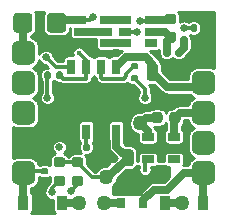
<source format=gbr>
%TF.GenerationSoftware,KiCad,Pcbnew,5.1.8*%
%TF.CreationDate,2020-11-29T14:14:59+01:00*%
%TF.ProjectId,lipo-stamp-proto,6c69706f-2d73-4746-916d-702d70726f74,rev?*%
%TF.SameCoordinates,Original*%
%TF.FileFunction,Copper,L1,Top*%
%TF.FilePolarity,Positive*%
%FSLAX46Y46*%
G04 Gerber Fmt 4.6, Leading zero omitted, Abs format (unit mm)*
G04 Created by KiCad (PCBNEW 5.1.8) date 2020-11-29 14:14:59*
%MOMM*%
%LPD*%
G01*
G04 APERTURE LIST*
%TA.AperFunction,SMDPad,CuDef*%
%ADD10R,0.900000X1.200000*%
%TD*%
%TA.AperFunction,SMDPad,CuDef*%
%ADD11R,1.060000X0.650000*%
%TD*%
%TA.AperFunction,SMDPad,CuDef*%
%ADD12R,0.800000X0.900000*%
%TD*%
%TA.AperFunction,SMDPad,CuDef*%
%ADD13R,3.400000X2.400000*%
%TD*%
%TA.AperFunction,SMDPad,CuDef*%
%ADD14R,0.700000X1.300000*%
%TD*%
%TA.AperFunction,ViaPad*%
%ADD15C,0.450000*%
%TD*%
%TA.AperFunction,ViaPad*%
%ADD16C,1.270000*%
%TD*%
%TA.AperFunction,ViaPad*%
%ADD17C,0.635000*%
%TD*%
%TA.AperFunction,Conductor*%
%ADD18C,0.635000*%
%TD*%
%TA.AperFunction,Conductor*%
%ADD19C,0.317500*%
%TD*%
%TA.AperFunction,Conductor*%
%ADD20C,0.250000*%
%TD*%
%TA.AperFunction,Conductor*%
%ADD21C,0.100000*%
%TD*%
%TA.AperFunction,Conductor*%
%ADD22C,0.254000*%
%TD*%
G04 APERTURE END LIST*
%TO.P,C5,2*%
%TO.N,/-BATT*%
%TA.AperFunction,SMDPad,CuDef*%
G36*
G01*
X121916000Y-52202500D02*
X121416000Y-52202500D01*
G75*
G02*
X121191000Y-51977500I0J225000D01*
G01*
X121191000Y-51527500D01*
G75*
G02*
X121416000Y-51302500I225000J0D01*
G01*
X121916000Y-51302500D01*
G75*
G02*
X122141000Y-51527500I0J-225000D01*
G01*
X122141000Y-51977500D01*
G75*
G02*
X121916000Y-52202500I-225000J0D01*
G01*
G37*
%TD.AperFunction*%
%TO.P,C5,1*%
%TO.N,Net-(C5-Pad1)*%
%TA.AperFunction,SMDPad,CuDef*%
G36*
G01*
X121916000Y-53752500D02*
X121416000Y-53752500D01*
G75*
G02*
X121191000Y-53527500I0J225000D01*
G01*
X121191000Y-53077500D01*
G75*
G02*
X121416000Y-52852500I225000J0D01*
G01*
X121916000Y-52852500D01*
G75*
G02*
X122141000Y-53077500I0J-225000D01*
G01*
X122141000Y-53527500D01*
G75*
G02*
X121916000Y-53752500I-225000J0D01*
G01*
G37*
%TD.AperFunction*%
%TD*%
%TO.P,C4,2*%
%TO.N,GND*%
%TA.AperFunction,SMDPad,CuDef*%
G36*
G01*
X122297000Y-58997000D02*
X121797000Y-58997000D01*
G75*
G02*
X121572000Y-58772000I0J225000D01*
G01*
X121572000Y-58322000D01*
G75*
G02*
X121797000Y-58097000I225000J0D01*
G01*
X122297000Y-58097000D01*
G75*
G02*
X122522000Y-58322000I0J-225000D01*
G01*
X122522000Y-58772000D01*
G75*
G02*
X122297000Y-58997000I-225000J0D01*
G01*
G37*
%TD.AperFunction*%
%TO.P,C4,1*%
%TO.N,/+3v3*%
%TA.AperFunction,SMDPad,CuDef*%
G36*
G01*
X122297000Y-60547000D02*
X121797000Y-60547000D01*
G75*
G02*
X121572000Y-60322000I0J225000D01*
G01*
X121572000Y-59872000D01*
G75*
G02*
X121797000Y-59647000I225000J0D01*
G01*
X122297000Y-59647000D01*
G75*
G02*
X122522000Y-59872000I0J-225000D01*
G01*
X122522000Y-60322000D01*
G75*
G02*
X122297000Y-60547000I-225000J0D01*
G01*
G37*
%TD.AperFunction*%
%TD*%
%TO.P,C3,2*%
%TO.N,GND*%
%TA.AperFunction,SMDPad,CuDef*%
G36*
G01*
X120773000Y-58997000D02*
X120273000Y-58997000D01*
G75*
G02*
X120048000Y-58772000I0J225000D01*
G01*
X120048000Y-58322000D01*
G75*
G02*
X120273000Y-58097000I225000J0D01*
G01*
X120773000Y-58097000D01*
G75*
G02*
X120998000Y-58322000I0J-225000D01*
G01*
X120998000Y-58772000D01*
G75*
G02*
X120773000Y-58997000I-225000J0D01*
G01*
G37*
%TD.AperFunction*%
%TO.P,C3,1*%
%TO.N,/VMAX*%
%TA.AperFunction,SMDPad,CuDef*%
G36*
G01*
X120773000Y-60547000D02*
X120273000Y-60547000D01*
G75*
G02*
X120048000Y-60322000I0J225000D01*
G01*
X120048000Y-59872000D01*
G75*
G02*
X120273000Y-59647000I225000J0D01*
G01*
X120773000Y-59647000D01*
G75*
G02*
X120998000Y-59872000I0J-225000D01*
G01*
X120998000Y-60322000D01*
G75*
G02*
X120773000Y-60547000I-225000J0D01*
G01*
G37*
%TD.AperFunction*%
%TD*%
%TO.P,C2,2*%
%TO.N,GND*%
%TA.AperFunction,SMDPad,CuDef*%
G36*
G01*
X121542000Y-56736000D02*
X121542000Y-55786000D01*
G75*
G02*
X121792000Y-55536000I250000J0D01*
G01*
X122292000Y-55536000D01*
G75*
G02*
X122542000Y-55786000I0J-250000D01*
G01*
X122542000Y-56736000D01*
G75*
G02*
X122292000Y-56986000I-250000J0D01*
G01*
X121792000Y-56986000D01*
G75*
G02*
X121542000Y-56736000I0J250000D01*
G01*
G37*
%TD.AperFunction*%
%TO.P,C2,1*%
%TO.N,/+BATT*%
%TA.AperFunction,SMDPad,CuDef*%
G36*
G01*
X119642000Y-56736000D02*
X119642000Y-55786000D01*
G75*
G02*
X119892000Y-55536000I250000J0D01*
G01*
X120392000Y-55536000D01*
G75*
G02*
X120642000Y-55786000I0J-250000D01*
G01*
X120642000Y-56736000D01*
G75*
G02*
X120392000Y-56986000I-250000J0D01*
G01*
X119892000Y-56986000D01*
G75*
G02*
X119642000Y-56736000I0J250000D01*
G01*
G37*
%TD.AperFunction*%
%TD*%
%TO.P,C1,2*%
%TO.N,GND*%
%TA.AperFunction,SMDPad,CuDef*%
G36*
G01*
X116644000Y-63025000D02*
X116644000Y-63975000D01*
G75*
G02*
X116394000Y-64225000I-250000J0D01*
G01*
X115894000Y-64225000D01*
G75*
G02*
X115644000Y-63975000I0J250000D01*
G01*
X115644000Y-63025000D01*
G75*
G02*
X115894000Y-62775000I250000J0D01*
G01*
X116394000Y-62775000D01*
G75*
G02*
X116644000Y-63025000I0J-250000D01*
G01*
G37*
%TD.AperFunction*%
%TO.P,C1,1*%
%TO.N,Net-(C1-Pad1)*%
%TA.AperFunction,SMDPad,CuDef*%
G36*
G01*
X118544000Y-63025000D02*
X118544000Y-63975000D01*
G75*
G02*
X118294000Y-64225000I-250000J0D01*
G01*
X117794000Y-64225000D01*
G75*
G02*
X117544000Y-63975000I0J250000D01*
G01*
X117544000Y-63025000D01*
G75*
G02*
X117794000Y-62775000I250000J0D01*
G01*
X118294000Y-62775000D01*
G75*
G02*
X118544000Y-63025000I0J-250000D01*
G01*
G37*
%TD.AperFunction*%
%TD*%
D10*
%TO.P,D4,2*%
%TO.N,/+CHARGE*%
X121160000Y-67310000D03*
%TO.P,D4,1*%
%TO.N,/VMAX*%
X124460000Y-67310000D03*
%TD*%
%TO.P,D3,2*%
%TO.N,/+CHARGE*%
X109220000Y-67310000D03*
%TO.P,D3,1*%
%TO.N,Net-(C1-Pad1)*%
X112520000Y-67310000D03*
%TD*%
D11*
%TO.P,U3,5*%
%TO.N,Net-(U3-Pad2)*%
X116246000Y-52826000D03*
%TO.P,U3,6*%
%TO.N,Net-(U2-Pad1)*%
X116246000Y-51876000D03*
%TO.P,U3,4*%
%TO.N,Net-(U2-Pad3)*%
X116246000Y-53776000D03*
%TO.P,U3,3*%
%TO.N,GND*%
X114046000Y-53776000D03*
%TO.P,U3,2*%
%TO.N,Net-(U3-Pad2)*%
X114046000Y-52826000D03*
%TO.P,U3,1*%
%TO.N,/-BATT*%
X114046000Y-51876000D03*
%TD*%
%TO.P,U2,5*%
%TO.N,Net-(C5-Pad1)*%
X120056000Y-52826000D03*
%TO.P,U2,6*%
%TO.N,/-BATT*%
X120056000Y-51876000D03*
%TO.P,U2,4*%
%TO.N,Net-(U2-Pad4)*%
X120056000Y-53776000D03*
%TO.P,U2,3*%
%TO.N,Net-(U2-Pad3)*%
X117856000Y-53776000D03*
%TO.P,U2,2*%
%TO.N,Net-(R6-Pad1)*%
X117856000Y-52826000D03*
%TO.P,U2,1*%
%TO.N,Net-(U2-Pad1)*%
X117856000Y-51876000D03*
%TD*%
%TO.P,U1,5*%
%TO.N,/+3v3*%
X121961000Y-61727000D03*
%TO.P,U1,4*%
%TO.N,Net-(U1-Pad4)*%
X121961000Y-63627000D03*
%TO.P,U1,3*%
%TO.N,/3v3_EN*%
X119761000Y-63627000D03*
%TO.P,U1,2*%
%TO.N,GND*%
X119761000Y-62677000D03*
%TO.P,U1,1*%
%TO.N,/VMAX*%
X119761000Y-61727000D03*
%TD*%
%TO.P,TP10,1*%
%TO.N,GND*%
%TA.AperFunction,ComponentPad*%
G36*
G01*
X123460000Y-55110000D02*
X123460000Y-54110000D01*
G75*
G02*
X123960000Y-53610000I500000J0D01*
G01*
X124960000Y-53610000D01*
G75*
G02*
X125460000Y-54110000I0J-500000D01*
G01*
X125460000Y-55110000D01*
G75*
G02*
X124960000Y-55610000I-500000J0D01*
G01*
X123960000Y-55610000D01*
G75*
G02*
X123460000Y-55110000I0J500000D01*
G01*
G37*
%TD.AperFunction*%
%TD*%
%TO.P,TP9,1*%
%TO.N,/STAT*%
%TA.AperFunction,ComponentPad*%
G36*
G01*
X123460000Y-62730000D02*
X123460000Y-61730000D01*
G75*
G02*
X123960000Y-61230000I500000J0D01*
G01*
X124960000Y-61230000D01*
G75*
G02*
X125460000Y-61730000I0J-500000D01*
G01*
X125460000Y-62730000D01*
G75*
G02*
X124960000Y-63230000I-500000J0D01*
G01*
X123960000Y-63230000D01*
G75*
G02*
X123460000Y-62730000I0J500000D01*
G01*
G37*
%TD.AperFunction*%
%TD*%
%TO.P,TP8,1*%
%TO.N,/+3v3*%
%TA.AperFunction,ComponentPad*%
G36*
G01*
X123460000Y-60190000D02*
X123460000Y-59190000D01*
G75*
G02*
X123960000Y-58690000I500000J0D01*
G01*
X124960000Y-58690000D01*
G75*
G02*
X125460000Y-59190000I0J-500000D01*
G01*
X125460000Y-60190000D01*
G75*
G02*
X124960000Y-60690000I-500000J0D01*
G01*
X123960000Y-60690000D01*
G75*
G02*
X123460000Y-60190000I0J500000D01*
G01*
G37*
%TD.AperFunction*%
%TD*%
%TO.P,TP7,1*%
%TO.N,/+BATT*%
%TA.AperFunction,ComponentPad*%
G36*
G01*
X123460000Y-57650000D02*
X123460000Y-56650000D01*
G75*
G02*
X123960000Y-56150000I500000J0D01*
G01*
X124960000Y-56150000D01*
G75*
G02*
X125460000Y-56650000I0J-500000D01*
G01*
X125460000Y-57650000D01*
G75*
G02*
X124960000Y-58150000I-500000J0D01*
G01*
X123960000Y-58150000D01*
G75*
G02*
X123460000Y-57650000I0J500000D01*
G01*
G37*
%TD.AperFunction*%
%TD*%
%TO.P,TP6,1*%
%TO.N,/VMAX*%
%TA.AperFunction,ComponentPad*%
G36*
G01*
X123460000Y-65270000D02*
X123460000Y-64270000D01*
G75*
G02*
X123960000Y-63770000I500000J0D01*
G01*
X124960000Y-63770000D01*
G75*
G02*
X125460000Y-64270000I0J-500000D01*
G01*
X125460000Y-65270000D01*
G75*
G02*
X124960000Y-65770000I-500000J0D01*
G01*
X123960000Y-65770000D01*
G75*
G02*
X123460000Y-65270000I0J500000D01*
G01*
G37*
%TD.AperFunction*%
%TD*%
%TO.P,TP5,1*%
%TO.N,/3v3_EN*%
%TA.AperFunction,ComponentPad*%
G36*
G01*
X108220000Y-60190000D02*
X108220000Y-59190000D01*
G75*
G02*
X108720000Y-58690000I500000J0D01*
G01*
X109720000Y-58690000D01*
G75*
G02*
X110220000Y-59190000I0J-500000D01*
G01*
X110220000Y-60190000D01*
G75*
G02*
X109720000Y-60690000I-500000J0D01*
G01*
X108720000Y-60690000D01*
G75*
G02*
X108220000Y-60190000I0J500000D01*
G01*
G37*
%TD.AperFunction*%
%TD*%
%TO.P,TP4,1*%
%TO.N,/+CHARGE*%
%TA.AperFunction,ComponentPad*%
G36*
G01*
X108220000Y-65270000D02*
X108220000Y-64270000D01*
G75*
G02*
X108720000Y-63770000I500000J0D01*
G01*
X109720000Y-63770000D01*
G75*
G02*
X110220000Y-64270000I0J-500000D01*
G01*
X110220000Y-65270000D01*
G75*
G02*
X109720000Y-65770000I-500000J0D01*
G01*
X108720000Y-65770000D01*
G75*
G02*
X108220000Y-65270000I0J500000D01*
G01*
G37*
%TD.AperFunction*%
%TD*%
%TO.P,TP3,1*%
%TO.N,GND*%
%TA.AperFunction,ComponentPad*%
G36*
G01*
X108220000Y-62730000D02*
X108220000Y-61730000D01*
G75*
G02*
X108720000Y-61230000I500000J0D01*
G01*
X109720000Y-61230000D01*
G75*
G02*
X110220000Y-61730000I0J-500000D01*
G01*
X110220000Y-62730000D01*
G75*
G02*
X109720000Y-63230000I-500000J0D01*
G01*
X108720000Y-63230000D01*
G75*
G02*
X108220000Y-62730000I0J500000D01*
G01*
G37*
%TD.AperFunction*%
%TD*%
%TO.P,TP2,1*%
%TO.N,/+BATT*%
%TA.AperFunction,ComponentPad*%
G36*
G01*
X108220000Y-57650000D02*
X108220000Y-56650000D01*
G75*
G02*
X108720000Y-56150000I500000J0D01*
G01*
X109720000Y-56150000D01*
G75*
G02*
X110220000Y-56650000I0J-500000D01*
G01*
X110220000Y-57650000D01*
G75*
G02*
X109720000Y-58150000I-500000J0D01*
G01*
X108720000Y-58150000D01*
G75*
G02*
X108220000Y-57650000I0J500000D01*
G01*
G37*
%TD.AperFunction*%
%TD*%
%TO.P,TP1,1*%
%TO.N,/-BATT_RAW*%
%TA.AperFunction,ComponentPad*%
G36*
G01*
X108220000Y-55110000D02*
X108220000Y-54110000D01*
G75*
G02*
X108720000Y-53610000I500000J0D01*
G01*
X109720000Y-53610000D01*
G75*
G02*
X110220000Y-54110000I0J-500000D01*
G01*
X110220000Y-55110000D01*
G75*
G02*
X109720000Y-55610000I-500000J0D01*
G01*
X108720000Y-55610000D01*
G75*
G02*
X108220000Y-55110000I0J500000D01*
G01*
G37*
%TD.AperFunction*%
%TD*%
%TO.P,R6,2*%
%TO.N,GND*%
%TA.AperFunction,SMDPad,CuDef*%
G36*
G01*
X124384500Y-52699500D02*
X124384500Y-52329500D01*
G75*
G02*
X124519500Y-52194500I135000J0D01*
G01*
X124789500Y-52194500D01*
G75*
G02*
X124924500Y-52329500I0J-135000D01*
G01*
X124924500Y-52699500D01*
G75*
G02*
X124789500Y-52834500I-135000J0D01*
G01*
X124519500Y-52834500D01*
G75*
G02*
X124384500Y-52699500I0J135000D01*
G01*
G37*
%TD.AperFunction*%
%TO.P,R6,1*%
%TO.N,Net-(R6-Pad1)*%
%TA.AperFunction,SMDPad,CuDef*%
G36*
G01*
X123364500Y-52699500D02*
X123364500Y-52329500D01*
G75*
G02*
X123499500Y-52194500I135000J0D01*
G01*
X123769500Y-52194500D01*
G75*
G02*
X123904500Y-52329500I0J-135000D01*
G01*
X123904500Y-52699500D01*
G75*
G02*
X123769500Y-52834500I-135000J0D01*
G01*
X123499500Y-52834500D01*
G75*
G02*
X123364500Y-52699500I0J135000D01*
G01*
G37*
%TD.AperFunction*%
%TD*%
%TO.P,R5,2*%
%TO.N,Net-(C5-Pad1)*%
%TA.AperFunction,SMDPad,CuDef*%
G36*
G01*
X121618500Y-54425000D02*
X121618500Y-54795000D01*
G75*
G02*
X121483500Y-54930000I-135000J0D01*
G01*
X121213500Y-54930000D01*
G75*
G02*
X121078500Y-54795000I0J135000D01*
G01*
X121078500Y-54425000D01*
G75*
G02*
X121213500Y-54290000I135000J0D01*
G01*
X121483500Y-54290000D01*
G75*
G02*
X121618500Y-54425000I0J-135000D01*
G01*
G37*
%TD.AperFunction*%
%TO.P,R5,1*%
%TO.N,/+BATT*%
%TA.AperFunction,SMDPad,CuDef*%
G36*
G01*
X122638500Y-54425000D02*
X122638500Y-54795000D01*
G75*
G02*
X122503500Y-54930000I-135000J0D01*
G01*
X122233500Y-54930000D01*
G75*
G02*
X122098500Y-54795000I0J135000D01*
G01*
X122098500Y-54425000D01*
G75*
G02*
X122233500Y-54290000I135000J0D01*
G01*
X122503500Y-54290000D01*
G75*
G02*
X122638500Y-54425000I0J-135000D01*
G01*
G37*
%TD.AperFunction*%
%TD*%
%TO.P,R4,2*%
%TO.N,/+CHARGE*%
%TA.AperFunction,SMDPad,CuDef*%
G36*
G01*
X111183000Y-64913000D02*
X110813000Y-64913000D01*
G75*
G02*
X110678000Y-64778000I0J135000D01*
G01*
X110678000Y-64508000D01*
G75*
G02*
X110813000Y-64373000I135000J0D01*
G01*
X111183000Y-64373000D01*
G75*
G02*
X111318000Y-64508000I0J-135000D01*
G01*
X111318000Y-64778000D01*
G75*
G02*
X111183000Y-64913000I-135000J0D01*
G01*
G37*
%TD.AperFunction*%
%TO.P,R4,1*%
%TO.N,GND*%
%TA.AperFunction,SMDPad,CuDef*%
G36*
G01*
X111183000Y-65933000D02*
X110813000Y-65933000D01*
G75*
G02*
X110678000Y-65798000I0J135000D01*
G01*
X110678000Y-65528000D01*
G75*
G02*
X110813000Y-65393000I135000J0D01*
G01*
X111183000Y-65393000D01*
G75*
G02*
X111318000Y-65528000I0J-135000D01*
G01*
X111318000Y-65798000D01*
G75*
G02*
X111183000Y-65933000I-135000J0D01*
G01*
G37*
%TD.AperFunction*%
%TD*%
%TO.P,R3,2*%
%TO.N,/STAT*%
%TA.AperFunction,SMDPad,CuDef*%
G36*
G01*
X112002000Y-56700000D02*
X112002000Y-56330000D01*
G75*
G02*
X112137000Y-56195000I135000J0D01*
G01*
X112407000Y-56195000D01*
G75*
G02*
X112542000Y-56330000I0J-135000D01*
G01*
X112542000Y-56700000D01*
G75*
G02*
X112407000Y-56835000I-135000J0D01*
G01*
X112137000Y-56835000D01*
G75*
G02*
X112002000Y-56700000I0J135000D01*
G01*
G37*
%TD.AperFunction*%
%TO.P,R3,1*%
%TO.N,Net-(D2-Pad1)*%
%TA.AperFunction,SMDPad,CuDef*%
G36*
G01*
X110982000Y-56700000D02*
X110982000Y-56330000D01*
G75*
G02*
X111117000Y-56195000I135000J0D01*
G01*
X111387000Y-56195000D01*
G75*
G02*
X111522000Y-56330000I0J-135000D01*
G01*
X111522000Y-56700000D01*
G75*
G02*
X111387000Y-56835000I-135000J0D01*
G01*
X111117000Y-56835000D01*
G75*
G02*
X110982000Y-56700000I0J135000D01*
G01*
G37*
%TD.AperFunction*%
%TD*%
%TO.P,R2,2*%
%TO.N,/charge-controller/~STDBY*%
%TA.AperFunction,SMDPad,CuDef*%
G36*
G01*
X118803000Y-56023000D02*
X118433000Y-56023000D01*
G75*
G02*
X118298000Y-55888000I0J135000D01*
G01*
X118298000Y-55618000D01*
G75*
G02*
X118433000Y-55483000I135000J0D01*
G01*
X118803000Y-55483000D01*
G75*
G02*
X118938000Y-55618000I0J-135000D01*
G01*
X118938000Y-55888000D01*
G75*
G02*
X118803000Y-56023000I-135000J0D01*
G01*
G37*
%TD.AperFunction*%
%TO.P,R2,1*%
%TO.N,Net-(D1-Pad1)*%
%TA.AperFunction,SMDPad,CuDef*%
G36*
G01*
X118803000Y-57043000D02*
X118433000Y-57043000D01*
G75*
G02*
X118298000Y-56908000I0J135000D01*
G01*
X118298000Y-56638000D01*
G75*
G02*
X118433000Y-56503000I135000J0D01*
G01*
X118803000Y-56503000D01*
G75*
G02*
X118938000Y-56638000I0J-135000D01*
G01*
X118938000Y-56908000D01*
G75*
G02*
X118803000Y-57043000I-135000J0D01*
G01*
G37*
%TD.AperFunction*%
%TD*%
%TO.P,R1,2*%
%TO.N,GND*%
%TA.AperFunction,SMDPad,CuDef*%
G36*
G01*
X113804000Y-62426000D02*
X113804000Y-62796000D01*
G75*
G02*
X113669000Y-62931000I-135000J0D01*
G01*
X113399000Y-62931000D01*
G75*
G02*
X113264000Y-62796000I0J135000D01*
G01*
X113264000Y-62426000D01*
G75*
G02*
X113399000Y-62291000I135000J0D01*
G01*
X113669000Y-62291000D01*
G75*
G02*
X113804000Y-62426000I0J-135000D01*
G01*
G37*
%TD.AperFunction*%
%TO.P,R1,1*%
%TO.N,/charge-controller/PROG*%
%TA.AperFunction,SMDPad,CuDef*%
G36*
G01*
X114824000Y-62426000D02*
X114824000Y-62796000D01*
G75*
G02*
X114689000Y-62931000I-135000J0D01*
G01*
X114419000Y-62931000D01*
G75*
G02*
X114284000Y-62796000I0J135000D01*
G01*
X114284000Y-62426000D01*
G75*
G02*
X114419000Y-62291000I135000J0D01*
G01*
X114689000Y-62291000D01*
G75*
G02*
X114824000Y-62426000I0J-135000D01*
G01*
G37*
%TD.AperFunction*%
%TD*%
D12*
%TO.P,Q1,3*%
%TO.N,/+BATT*%
X118430000Y-65310000D03*
%TO.P,Q1,2*%
%TO.N,/VMAX*%
X119380000Y-67310000D03*
%TO.P,Q1,1*%
%TO.N,/+CHARGE*%
X117480000Y-67310000D03*
%TD*%
D13*
%TO.P,IC1,3*%
%TO.N,GND*%
X115189000Y-58547000D03*
D14*
%TO.P,IC1,7*%
%TO.N,/STAT*%
X114554000Y-55797000D03*
%TO.P,IC1,8*%
%TO.N,Net-(C1-Pad1)*%
X113284000Y-55797000D03*
%TO.P,IC1,6*%
%TO.N,/charge-controller/~STDBY*%
X115824000Y-55797000D03*
%TO.P,IC1,5*%
%TO.N,/+BATT*%
X117094000Y-55797000D03*
%TO.P,IC1,2*%
%TO.N,/charge-controller/PROG*%
X114554000Y-61297000D03*
%TO.P,IC1,1*%
%TO.N,GND*%
X113284000Y-61297000D03*
%TO.P,IC1,3*%
X115824000Y-61297000D03*
%TO.P,IC1,4*%
%TO.N,Net-(C1-Pad1)*%
X117094000Y-61297000D03*
%TD*%
%TO.P,F1,2*%
%TO.N,/-BATT_RAW*%
%TA.AperFunction,SMDPad,CuDef*%
G36*
G01*
X109964000Y-51495000D02*
X109964000Y-52645000D01*
G75*
G02*
X109714000Y-52895000I-250000J0D01*
G01*
X108614000Y-52895000D01*
G75*
G02*
X108364000Y-52645000I0J250000D01*
G01*
X108364000Y-51495000D01*
G75*
G02*
X108614000Y-51245000I250000J0D01*
G01*
X109714000Y-51245000D01*
G75*
G02*
X109964000Y-51495000I0J-250000D01*
G01*
G37*
%TD.AperFunction*%
%TO.P,F1,1*%
%TO.N,/-BATT*%
%TA.AperFunction,SMDPad,CuDef*%
G36*
G01*
X112814000Y-51495000D02*
X112814000Y-52645000D01*
G75*
G02*
X112564000Y-52895000I-250000J0D01*
G01*
X111464000Y-52895000D01*
G75*
G02*
X111214000Y-52645000I0J250000D01*
G01*
X111214000Y-51495000D01*
G75*
G02*
X111464000Y-51245000I250000J0D01*
G01*
X112564000Y-51245000D01*
G75*
G02*
X112814000Y-51495000I0J-250000D01*
G01*
G37*
%TD.AperFunction*%
%TD*%
%TO.P,D2,2*%
%TO.N,Net-(C1-Pad1)*%
%TA.AperFunction,SMDPad,CuDef*%
G36*
G01*
X112524250Y-64318500D02*
X112011750Y-64318500D01*
G75*
G02*
X111793000Y-64099750I0J218750D01*
G01*
X111793000Y-63662250D01*
G75*
G02*
X112011750Y-63443500I218750J0D01*
G01*
X112524250Y-63443500D01*
G75*
G02*
X112743000Y-63662250I0J-218750D01*
G01*
X112743000Y-64099750D01*
G75*
G02*
X112524250Y-64318500I-218750J0D01*
G01*
G37*
%TD.AperFunction*%
%TO.P,D2,1*%
%TO.N,Net-(D2-Pad1)*%
%TA.AperFunction,SMDPad,CuDef*%
G36*
G01*
X112524250Y-65893500D02*
X112011750Y-65893500D01*
G75*
G02*
X111793000Y-65674750I0J218750D01*
G01*
X111793000Y-65237250D01*
G75*
G02*
X112011750Y-65018500I218750J0D01*
G01*
X112524250Y-65018500D01*
G75*
G02*
X112743000Y-65237250I0J-218750D01*
G01*
X112743000Y-65674750D01*
G75*
G02*
X112524250Y-65893500I-218750J0D01*
G01*
G37*
%TD.AperFunction*%
%TD*%
%TO.P,D1,2*%
%TO.N,Net-(C1-Pad1)*%
%TA.AperFunction,SMDPad,CuDef*%
G36*
G01*
X114048250Y-64318500D02*
X113535750Y-64318500D01*
G75*
G02*
X113317000Y-64099750I0J218750D01*
G01*
X113317000Y-63662250D01*
G75*
G02*
X113535750Y-63443500I218750J0D01*
G01*
X114048250Y-63443500D01*
G75*
G02*
X114267000Y-63662250I0J-218750D01*
G01*
X114267000Y-64099750D01*
G75*
G02*
X114048250Y-64318500I-218750J0D01*
G01*
G37*
%TD.AperFunction*%
%TO.P,D1,1*%
%TO.N,Net-(D1-Pad1)*%
%TA.AperFunction,SMDPad,CuDef*%
G36*
G01*
X114048250Y-65893500D02*
X113535750Y-65893500D01*
G75*
G02*
X113317000Y-65674750I0J218750D01*
G01*
X113317000Y-65237250D01*
G75*
G02*
X113535750Y-65018500I218750J0D01*
G01*
X114048250Y-65018500D01*
G75*
G02*
X114267000Y-65237250I0J-218750D01*
G01*
X114267000Y-65674750D01*
G75*
G02*
X114048250Y-65893500I-218750J0D01*
G01*
G37*
%TD.AperFunction*%
%TD*%
D15*
%TO.N,GND*%
X116586000Y-58547000D03*
X113792000Y-58547000D03*
X115189000Y-59436000D03*
X115189000Y-57658000D03*
X116586000Y-59436000D03*
X113792000Y-57658000D03*
X116586000Y-57658000D03*
X113792000Y-59436000D03*
D16*
X112014000Y-54102000D03*
D17*
X110871000Y-67183000D03*
D15*
X117538500Y-57658000D03*
X117538500Y-58547000D03*
X117538500Y-59436000D03*
X112839500Y-59436000D03*
X112839500Y-58547000D03*
X112839500Y-57658000D03*
D16*
%TO.N,Net-(C1-Pad1)*%
X113919000Y-67310000D03*
X116205000Y-65151000D03*
D17*
X111125000Y-54990988D03*
D16*
%TO.N,/+BATT*%
X120904000Y-64770000D03*
D17*
X122809000Y-53530500D03*
%TO.N,/-BATT*%
X115125500Y-51562000D03*
X119126000Y-51879500D03*
%TO.N,Net-(D1-Pad1)*%
X113284000Y-66294000D03*
X112268000Y-62611000D03*
X119507000Y-58420000D03*
%TO.N,Net-(D2-Pad1)*%
X111252000Y-58420000D03*
X111633000Y-66421000D03*
D16*
%TO.N,/+CHARGE*%
X122682000Y-67310000D03*
X116078000Y-67310010D03*
%TO.N,/VMAX*%
X119126000Y-60579000D03*
D15*
%TO.N,/STAT*%
X113919000Y-54610000D03*
D17*
%TO.N,Net-(R6-Pad1)*%
X118872000Y-52832000D03*
X122809000Y-52514500D03*
D15*
%TO.N,/3v3_EN*%
X119507000Y-64516000D03*
%TD*%
D18*
%TO.N,GND*%
X114046000Y-53776000D02*
X112340000Y-53776000D01*
X112340000Y-53776000D02*
X112014000Y-54102000D01*
D19*
X110998000Y-65663000D02*
X110871000Y-65790000D01*
X110871000Y-65790000D02*
X110871000Y-67183000D01*
D18*
%TO.N,Net-(C1-Pad1)*%
X112520000Y-67310000D02*
X113919000Y-67310000D01*
X116393000Y-65151000D02*
X118044000Y-63500000D01*
X116205000Y-65151000D02*
X116393000Y-65151000D01*
X117094000Y-62550000D02*
X118044000Y-63500000D01*
X117094000Y-61297000D02*
X117094000Y-62550000D01*
D19*
X115062000Y-65151000D02*
X113792000Y-63881000D01*
X116205000Y-65151000D02*
X115062000Y-65151000D01*
X113792000Y-63881000D02*
X112268000Y-63881000D01*
X113284000Y-55797000D02*
X111931012Y-55797000D01*
X111931012Y-55797000D02*
X111125000Y-54990988D01*
D18*
%TO.N,/+BATT*%
X120364000Y-65310000D02*
X120904000Y-64770000D01*
X118430000Y-65310000D02*
X120364000Y-65310000D01*
X121384510Y-57503510D02*
X120142000Y-56261000D01*
X124106490Y-57503510D02*
X121384510Y-57503510D01*
X124460000Y-57150000D02*
X124106490Y-57503510D01*
X117925510Y-54965490D02*
X117094000Y-55797000D01*
X119571490Y-54965490D02*
X117925510Y-54965490D01*
X120142000Y-55536000D02*
X119571490Y-54965490D01*
X120142000Y-56261000D02*
X120142000Y-55536000D01*
X122809000Y-54169500D02*
X122809000Y-53530500D01*
X122368500Y-54610000D02*
X122809000Y-54169500D01*
%TO.N,/-BATT*%
X112208000Y-51876000D02*
X112014000Y-52070000D01*
X114046000Y-51876000D02*
X112208000Y-51876000D01*
D19*
X114811500Y-51876000D02*
X115125500Y-51562000D01*
X114046000Y-51876000D02*
X114811500Y-51876000D01*
X120052500Y-51879500D02*
X120056000Y-51876000D01*
X119126000Y-51879500D02*
X120052500Y-51879500D01*
D18*
X121542500Y-51876000D02*
X121666000Y-51752500D01*
X120056000Y-51876000D02*
X121542500Y-51876000D01*
%TO.N,Net-(C5-Pad1)*%
X121189500Y-52826000D02*
X121666000Y-53302500D01*
X120056000Y-52826000D02*
X121189500Y-52826000D01*
X121348500Y-53620000D02*
X121348500Y-54610000D01*
X121666000Y-53302500D02*
X121348500Y-53620000D01*
D19*
%TO.N,Net-(D1-Pad1)*%
X113792000Y-65786000D02*
X113284000Y-66294000D01*
X113792000Y-65456000D02*
X113792000Y-65786000D01*
X119507000Y-57662000D02*
X118618000Y-56773000D01*
X119507000Y-58420000D02*
X119507000Y-57662000D01*
%TO.N,Net-(D2-Pad1)*%
X111252000Y-56515000D02*
X111252000Y-58420000D01*
X111633000Y-66091000D02*
X112268000Y-65456000D01*
X111633000Y-66421000D02*
X111633000Y-66091000D01*
D18*
%TO.N,/+CHARGE*%
X109220000Y-64770000D02*
X109220000Y-67310000D01*
X122682000Y-67310000D02*
X121160000Y-67310000D01*
X117480000Y-67310000D02*
X116078010Y-67310000D01*
X116078010Y-67310000D02*
X116078000Y-67310010D01*
D19*
X109347000Y-64643000D02*
X109220000Y-64770000D01*
X110998000Y-64643000D02*
X109347000Y-64643000D01*
D18*
%TO.N,/VMAX*%
X124460000Y-67310000D02*
X124460000Y-64770000D01*
X122809000Y-64770000D02*
X124460000Y-64770000D01*
X121386501Y-66192499D02*
X122809000Y-64770000D01*
X119760999Y-61213999D02*
X119126000Y-60579000D01*
X120523000Y-60097000D02*
X119608000Y-60097000D01*
X119608000Y-60097000D02*
X119126000Y-60579000D01*
X119761000Y-61727000D02*
X119760999Y-61213999D01*
X119380000Y-67108498D02*
X119380000Y-67310000D01*
X120295999Y-66192499D02*
X119380000Y-67108498D01*
X121386501Y-66192499D02*
X120295999Y-66192499D01*
%TO.N,/-BATT_RAW*%
X109220000Y-52126000D02*
X109164000Y-52070000D01*
X109220000Y-54610000D02*
X109220000Y-52126000D01*
D19*
%TO.N,/STAT*%
X112562751Y-56805751D02*
X112272000Y-56515000D01*
X114512749Y-56805751D02*
X112562751Y-56805751D01*
X114554000Y-56764500D02*
X114512749Y-56805751D01*
X114554000Y-55797000D02*
X114554000Y-56764500D01*
X114554000Y-55245000D02*
X113919000Y-54610000D01*
X114554000Y-55797000D02*
X114554000Y-55245000D01*
%TO.N,/charge-controller/~STDBY*%
X115824000Y-56764500D02*
X115824000Y-55797000D01*
X115865251Y-56805751D02*
X115824000Y-56764500D01*
X117731001Y-56805751D02*
X115865251Y-56805751D01*
X117939240Y-56597512D02*
X117731001Y-56805751D01*
X117939240Y-56431760D02*
X117939240Y-56597512D01*
X118618000Y-55753000D02*
X117939240Y-56431760D01*
%TO.N,/charge-controller/PROG*%
X114554000Y-61297000D02*
X114554000Y-62611000D01*
%TO.N,Net-(R6-Pad1)*%
X117862000Y-52832000D02*
X117856000Y-52826000D01*
X118872000Y-52832000D02*
X117862000Y-52832000D01*
X122809000Y-52514500D02*
X123634500Y-52514500D01*
%TO.N,/3v3_EN*%
X119507000Y-63881000D02*
X119761000Y-63627000D01*
X119507000Y-64516000D02*
X119507000Y-63881000D01*
D18*
%TO.N,/+3v3*%
X121961000Y-60183000D02*
X122047000Y-60097000D01*
X121961000Y-61727000D02*
X121961000Y-60183000D01*
X122454000Y-59690000D02*
X122047000Y-60097000D01*
X124460000Y-59690000D02*
X122454000Y-59690000D01*
%TO.N,Net-(U2-Pad3)*%
X116246000Y-53776000D02*
X117856000Y-53776000D01*
%TO.N,Net-(U2-Pad1)*%
X116246000Y-51876000D02*
X117856000Y-51876000D01*
%TO.N,Net-(U3-Pad2)*%
X114046000Y-52826000D02*
X116246000Y-52826000D01*
%TD*%
D20*
%TO.N,GND*%
X111466428Y-65237250D02*
X111466428Y-65573447D01*
X111307740Y-65732135D01*
X111289283Y-65747282D01*
X111238011Y-65809758D01*
X111228832Y-65820943D01*
X111183911Y-65904982D01*
X111178768Y-65921937D01*
X111159321Y-65986046D01*
X111133937Y-66011430D01*
X111063624Y-66116662D01*
X111015191Y-66233590D01*
X110990500Y-66357719D01*
X110990500Y-66484281D01*
X111015191Y-66608410D01*
X111063624Y-66725338D01*
X111133937Y-66830570D01*
X111223430Y-66920063D01*
X111328662Y-66990376D01*
X111445590Y-67038809D01*
X111569719Y-67063500D01*
X111696281Y-67063500D01*
X111743428Y-67054122D01*
X111743428Y-67910000D01*
X111749703Y-67973711D01*
X111768287Y-68034974D01*
X111798465Y-68091434D01*
X111839079Y-68140921D01*
X111888566Y-68181535D01*
X111924983Y-68201000D01*
X109815017Y-68201000D01*
X109851434Y-68181535D01*
X109900921Y-68140921D01*
X109941535Y-68091434D01*
X109971713Y-68034974D01*
X109990297Y-67973711D01*
X109996572Y-67910000D01*
X109996572Y-66710000D01*
X109990297Y-66646289D01*
X109971713Y-66585026D01*
X109941535Y-66528566D01*
X109900921Y-66479079D01*
X109862500Y-66447547D01*
X109862500Y-66082537D01*
X109881256Y-66080690D01*
X110036315Y-66033653D01*
X110179219Y-65957270D01*
X110304475Y-65854475D01*
X110407270Y-65729219D01*
X110483653Y-65586315D01*
X110530690Y-65431256D01*
X110546572Y-65270000D01*
X110546572Y-65153583D01*
X110556564Y-65161783D01*
X110636364Y-65204437D01*
X110722952Y-65230703D01*
X110813000Y-65239572D01*
X111183000Y-65239572D01*
X111273048Y-65230703D01*
X111359636Y-65204437D01*
X111439436Y-65161783D01*
X111476888Y-65131047D01*
X111466428Y-65237250D01*
%TA.AperFunction,Conductor*%
D21*
G36*
X111466428Y-65237250D02*
G01*
X111466428Y-65573447D01*
X111307740Y-65732135D01*
X111289283Y-65747282D01*
X111238011Y-65809758D01*
X111228832Y-65820943D01*
X111183911Y-65904982D01*
X111178768Y-65921937D01*
X111159321Y-65986046D01*
X111133937Y-66011430D01*
X111063624Y-66116662D01*
X111015191Y-66233590D01*
X110990500Y-66357719D01*
X110990500Y-66484281D01*
X111015191Y-66608410D01*
X111063624Y-66725338D01*
X111133937Y-66830570D01*
X111223430Y-66920063D01*
X111328662Y-66990376D01*
X111445590Y-67038809D01*
X111569719Y-67063500D01*
X111696281Y-67063500D01*
X111743428Y-67054122D01*
X111743428Y-67910000D01*
X111749703Y-67973711D01*
X111768287Y-68034974D01*
X111798465Y-68091434D01*
X111839079Y-68140921D01*
X111888566Y-68181535D01*
X111924983Y-68201000D01*
X109815017Y-68201000D01*
X109851434Y-68181535D01*
X109900921Y-68140921D01*
X109941535Y-68091434D01*
X109971713Y-68034974D01*
X109990297Y-67973711D01*
X109996572Y-67910000D01*
X109996572Y-66710000D01*
X109990297Y-66646289D01*
X109971713Y-66585026D01*
X109941535Y-66528566D01*
X109900921Y-66479079D01*
X109862500Y-66447547D01*
X109862500Y-66082537D01*
X109881256Y-66080690D01*
X110036315Y-66033653D01*
X110179219Y-65957270D01*
X110304475Y-65854475D01*
X110407270Y-65729219D01*
X110483653Y-65586315D01*
X110530690Y-65431256D01*
X110546572Y-65270000D01*
X110546572Y-65153583D01*
X110556564Y-65161783D01*
X110636364Y-65204437D01*
X110722952Y-65230703D01*
X110813000Y-65239572D01*
X111183000Y-65239572D01*
X111273048Y-65230703D01*
X111359636Y-65204437D01*
X111439436Y-65161783D01*
X111476888Y-65131047D01*
X111466428Y-65237250D01*
G37*
%TD.AperFunction*%
D20*
X110555624Y-55295326D02*
X110625937Y-55400558D01*
X110715430Y-55490051D01*
X110820662Y-55560364D01*
X110937590Y-55608797D01*
X111061719Y-55633488D01*
X111083375Y-55633488D01*
X111318315Y-55868428D01*
X111117000Y-55868428D01*
X111026952Y-55877297D01*
X110940364Y-55903563D01*
X110860564Y-55946217D01*
X110790619Y-56003619D01*
X110733217Y-56073564D01*
X110690563Y-56153364D01*
X110664297Y-56239952D01*
X110655428Y-56330000D01*
X110655428Y-56700000D01*
X110664297Y-56790048D01*
X110690563Y-56876636D01*
X110733217Y-56956436D01*
X110768250Y-56999124D01*
X110768251Y-57995116D01*
X110752937Y-58010430D01*
X110682624Y-58115662D01*
X110634191Y-58232590D01*
X110609500Y-58356719D01*
X110609500Y-58483281D01*
X110634191Y-58607410D01*
X110682624Y-58724338D01*
X110752937Y-58829570D01*
X110842430Y-58919063D01*
X110947662Y-58989376D01*
X111064590Y-59037809D01*
X111188719Y-59062500D01*
X111315281Y-59062500D01*
X111439410Y-59037809D01*
X111556338Y-58989376D01*
X111661570Y-58919063D01*
X111751063Y-58829570D01*
X111821376Y-58724338D01*
X111869809Y-58607410D01*
X111894500Y-58483281D01*
X111894500Y-58356719D01*
X111869809Y-58232590D01*
X111821376Y-58115662D01*
X111751063Y-58010430D01*
X111735750Y-57995117D01*
X111735750Y-56999124D01*
X111762000Y-56967138D01*
X111810619Y-57026381D01*
X111880564Y-57083783D01*
X111960364Y-57126437D01*
X112046952Y-57152703D01*
X112137000Y-57161572D01*
X112233781Y-57161572D01*
X112292694Y-57209920D01*
X112376732Y-57254840D01*
X112467920Y-57282501D01*
X112538992Y-57289501D01*
X112538994Y-57289501D01*
X112562750Y-57291841D01*
X112586506Y-57289501D01*
X114488993Y-57289501D01*
X114512749Y-57291841D01*
X114536505Y-57289501D01*
X114536508Y-57289501D01*
X114607580Y-57282501D01*
X114698768Y-57254840D01*
X114782806Y-57209920D01*
X114856467Y-57149469D01*
X114871619Y-57131006D01*
X114879255Y-57123370D01*
X114897718Y-57108218D01*
X114958169Y-57034557D01*
X115003089Y-56950519D01*
X115030750Y-56859331D01*
X115037750Y-56788259D01*
X115037750Y-56788256D01*
X115040090Y-56764500D01*
X115038057Y-56743858D01*
X115085434Y-56718535D01*
X115134921Y-56677921D01*
X115175535Y-56628434D01*
X115189000Y-56603242D01*
X115202465Y-56628434D01*
X115243079Y-56677921D01*
X115292566Y-56718535D01*
X115339943Y-56743858D01*
X115337910Y-56764500D01*
X115340250Y-56788256D01*
X115340250Y-56788258D01*
X115347250Y-56859330D01*
X115374911Y-56950518D01*
X115419831Y-57034557D01*
X115480282Y-57108218D01*
X115498745Y-57123370D01*
X115506381Y-57131006D01*
X115521533Y-57149469D01*
X115595194Y-57209920D01*
X115679232Y-57254840D01*
X115770420Y-57282501D01*
X115841492Y-57289501D01*
X115841495Y-57289501D01*
X115865251Y-57291841D01*
X115889007Y-57289501D01*
X117707245Y-57289501D01*
X117731001Y-57291841D01*
X117754757Y-57289501D01*
X117754760Y-57289501D01*
X117825832Y-57282501D01*
X117917020Y-57254840D01*
X118001058Y-57209920D01*
X118052141Y-57167998D01*
X118106619Y-57234381D01*
X118176564Y-57291783D01*
X118256364Y-57334437D01*
X118342952Y-57360703D01*
X118433000Y-57369572D01*
X118530447Y-57369572D01*
X119023251Y-57862377D01*
X119023251Y-57995116D01*
X119007937Y-58010430D01*
X118937624Y-58115662D01*
X118889191Y-58232590D01*
X118864500Y-58356719D01*
X118864500Y-58483281D01*
X118889191Y-58607410D01*
X118937624Y-58724338D01*
X119007937Y-58829570D01*
X119097430Y-58919063D01*
X119202662Y-58989376D01*
X119319590Y-59037809D01*
X119443719Y-59062500D01*
X119570281Y-59062500D01*
X119694410Y-59037809D01*
X119811338Y-58989376D01*
X119916570Y-58919063D01*
X120006063Y-58829570D01*
X120076376Y-58724338D01*
X120124809Y-58607410D01*
X120149500Y-58483281D01*
X120149500Y-58356719D01*
X120124809Y-58232590D01*
X120076376Y-58115662D01*
X120006063Y-58010430D01*
X119990750Y-57995117D01*
X119990750Y-57685756D01*
X119993090Y-57662000D01*
X119989885Y-57629460D01*
X119983750Y-57567169D01*
X119956089Y-57475981D01*
X119911169Y-57391943D01*
X119850718Y-57318282D01*
X119837181Y-57307173D01*
X119892000Y-57312572D01*
X120284941Y-57312572D01*
X120907878Y-57935510D01*
X120927996Y-57960024D01*
X121025829Y-58040313D01*
X121137447Y-58099974D01*
X121258558Y-58136713D01*
X121352953Y-58146010D01*
X121352963Y-58146010D01*
X121384509Y-58149117D01*
X121416055Y-58146010D01*
X123302924Y-58146010D01*
X123375525Y-58234475D01*
X123500781Y-58337270D01*
X123643685Y-58413653D01*
X123664608Y-58420000D01*
X123643685Y-58426347D01*
X123500781Y-58502730D01*
X123375525Y-58605525D01*
X123272730Y-58730781D01*
X123196347Y-58873685D01*
X123149310Y-59028744D01*
X123147463Y-59047500D01*
X122485554Y-59047500D01*
X122454000Y-59044392D01*
X122422446Y-59047500D01*
X122422443Y-59047500D01*
X122328048Y-59056797D01*
X122206937Y-59093536D01*
X122095319Y-59153197D01*
X121997486Y-59233486D01*
X121977363Y-59258006D01*
X121914941Y-59320428D01*
X121797000Y-59320428D01*
X121689394Y-59331026D01*
X121585923Y-59362414D01*
X121490563Y-59413385D01*
X121406980Y-59481980D01*
X121338385Y-59565563D01*
X121287414Y-59660923D01*
X121285000Y-59668881D01*
X121282586Y-59660923D01*
X121231615Y-59565563D01*
X121163020Y-59481980D01*
X121079437Y-59413385D01*
X120984077Y-59362414D01*
X120880606Y-59331026D01*
X120773000Y-59320428D01*
X120273000Y-59320428D01*
X120165394Y-59331026D01*
X120061923Y-59362414D01*
X119966563Y-59413385D01*
X119916464Y-59454500D01*
X119639554Y-59454500D01*
X119608000Y-59451392D01*
X119576446Y-59454500D01*
X119576443Y-59454500D01*
X119482048Y-59463797D01*
X119360937Y-59500536D01*
X119249319Y-59560197D01*
X119177667Y-59619000D01*
X119031448Y-59619000D01*
X118845978Y-59655892D01*
X118671269Y-59728259D01*
X118514036Y-59833319D01*
X118380319Y-59967036D01*
X118275259Y-60124269D01*
X118202892Y-60298978D01*
X118166000Y-60484448D01*
X118166000Y-60673552D01*
X118202892Y-60859022D01*
X118275259Y-61033731D01*
X118380319Y-61190964D01*
X118514036Y-61324681D01*
X118671269Y-61429741D01*
X118845978Y-61502108D01*
X118904428Y-61513734D01*
X118904428Y-62052000D01*
X118910703Y-62115711D01*
X118929287Y-62176974D01*
X118959465Y-62233434D01*
X119000079Y-62282921D01*
X119049566Y-62323535D01*
X119106026Y-62353713D01*
X119167289Y-62372297D01*
X119231000Y-62378572D01*
X120291000Y-62378572D01*
X120354711Y-62372297D01*
X120415974Y-62353713D01*
X120472434Y-62323535D01*
X120521921Y-62282921D01*
X120562535Y-62233434D01*
X120592713Y-62176974D01*
X120611297Y-62115711D01*
X120617572Y-62052000D01*
X120617572Y-61402000D01*
X120611297Y-61338289D01*
X120592713Y-61277026D01*
X120562535Y-61220566D01*
X120521921Y-61171079D01*
X120472434Y-61130465D01*
X120415974Y-61100287D01*
X120394773Y-61093856D01*
X120394201Y-61088047D01*
X120384368Y-61055630D01*
X120357462Y-60966935D01*
X120342167Y-60938320D01*
X120307559Y-60873572D01*
X120773000Y-60873572D01*
X120880606Y-60862974D01*
X120984077Y-60831586D01*
X121079437Y-60780615D01*
X121163020Y-60712020D01*
X121231615Y-60628437D01*
X121282586Y-60533077D01*
X121285000Y-60525119D01*
X121287414Y-60533077D01*
X121318501Y-60591236D01*
X121318500Y-61096503D01*
X121306026Y-61100287D01*
X121249566Y-61130465D01*
X121200079Y-61171079D01*
X121159465Y-61220566D01*
X121129287Y-61277026D01*
X121110703Y-61338289D01*
X121104428Y-61402000D01*
X121104428Y-62052000D01*
X121110703Y-62115711D01*
X121129287Y-62176974D01*
X121159465Y-62233434D01*
X121200079Y-62282921D01*
X121249566Y-62323535D01*
X121306026Y-62353713D01*
X121367289Y-62372297D01*
X121431000Y-62378572D01*
X122491000Y-62378572D01*
X122554711Y-62372297D01*
X122615974Y-62353713D01*
X122672434Y-62323535D01*
X122721921Y-62282921D01*
X122762535Y-62233434D01*
X122792713Y-62176974D01*
X122811297Y-62115711D01*
X122817572Y-62052000D01*
X122817572Y-61402000D01*
X122811297Y-61338289D01*
X122792713Y-61277026D01*
X122762535Y-61220566D01*
X122721921Y-61171079D01*
X122672434Y-61130465D01*
X122615974Y-61100287D01*
X122603500Y-61096503D01*
X122603500Y-60780563D01*
X122687020Y-60712020D01*
X122755615Y-60628437D01*
X122806586Y-60533077D01*
X122837974Y-60429606D01*
X122847538Y-60332500D01*
X123147463Y-60332500D01*
X123149310Y-60351256D01*
X123196347Y-60506315D01*
X123272730Y-60649219D01*
X123375525Y-60774475D01*
X123500781Y-60877270D01*
X123643685Y-60953653D01*
X123664608Y-60960000D01*
X123643685Y-60966347D01*
X123500781Y-61042730D01*
X123375525Y-61145525D01*
X123272730Y-61270781D01*
X123196347Y-61413685D01*
X123149310Y-61568744D01*
X123133428Y-61730000D01*
X123133428Y-62730000D01*
X123149310Y-62891256D01*
X123196347Y-63046315D01*
X123272730Y-63189219D01*
X123375525Y-63314475D01*
X123500781Y-63417270D01*
X123643685Y-63493653D01*
X123664608Y-63500000D01*
X123643685Y-63506347D01*
X123500781Y-63582730D01*
X123375525Y-63685525D01*
X123272730Y-63810781D01*
X123196347Y-63953685D01*
X123149310Y-64108744D01*
X123147463Y-64127500D01*
X122840553Y-64127500D01*
X122808999Y-64124392D01*
X122777445Y-64127500D01*
X122777443Y-64127500D01*
X122765055Y-64128720D01*
X122792713Y-64076974D01*
X122811297Y-64015711D01*
X122817572Y-63952000D01*
X122817572Y-63302000D01*
X122811297Y-63238289D01*
X122792713Y-63177026D01*
X122762535Y-63120566D01*
X122721921Y-63071079D01*
X122672434Y-63030465D01*
X122615974Y-63000287D01*
X122554711Y-62981703D01*
X122491000Y-62975428D01*
X121431000Y-62975428D01*
X121367289Y-62981703D01*
X121306026Y-63000287D01*
X121249566Y-63030465D01*
X121200079Y-63071079D01*
X121159465Y-63120566D01*
X121129287Y-63177026D01*
X121110703Y-63238289D01*
X121104428Y-63302000D01*
X121104428Y-63746500D01*
X120617572Y-63746500D01*
X120617572Y-63302000D01*
X120611297Y-63238289D01*
X120592713Y-63177026D01*
X120562535Y-63120566D01*
X120521921Y-63071079D01*
X120472434Y-63030465D01*
X120415974Y-63000287D01*
X120354711Y-62981703D01*
X120291000Y-62975428D01*
X119231000Y-62975428D01*
X119167289Y-62981703D01*
X119106026Y-63000287D01*
X119049566Y-63030465D01*
X119000079Y-63071079D01*
X118959465Y-63120566D01*
X118929287Y-63177026D01*
X118910703Y-63238289D01*
X118904428Y-63302000D01*
X118904428Y-63746500D01*
X118870572Y-63746500D01*
X118870572Y-63025000D01*
X118859493Y-62912516D01*
X118826683Y-62804355D01*
X118773402Y-62704674D01*
X118701698Y-62617302D01*
X118614326Y-62545598D01*
X118514645Y-62492317D01*
X118406484Y-62459507D01*
X118294000Y-62448428D01*
X117901059Y-62448428D01*
X117736500Y-62283869D01*
X117736500Y-62089211D01*
X117745713Y-62071974D01*
X117764297Y-62010711D01*
X117770572Y-61947000D01*
X117770572Y-60647000D01*
X117764297Y-60583289D01*
X117745713Y-60522026D01*
X117715535Y-60465566D01*
X117674921Y-60416079D01*
X117625434Y-60375465D01*
X117568974Y-60345287D01*
X117507711Y-60326703D01*
X117444000Y-60320428D01*
X116744000Y-60320428D01*
X116680289Y-60326703D01*
X116619026Y-60345287D01*
X116562566Y-60375465D01*
X116513079Y-60416079D01*
X116472465Y-60465566D01*
X116442287Y-60522026D01*
X116423703Y-60583289D01*
X116417428Y-60647000D01*
X116417428Y-61947000D01*
X116423703Y-62010711D01*
X116442287Y-62071974D01*
X116451501Y-62089212D01*
X116451501Y-62518437D01*
X116448392Y-62550000D01*
X116456741Y-62634759D01*
X116460798Y-62675952D01*
X116497215Y-62796000D01*
X116497537Y-62797063D01*
X116542433Y-62881057D01*
X116557198Y-62908681D01*
X116637487Y-63006514D01*
X116662001Y-63026632D01*
X117135368Y-63500000D01*
X116888868Y-63746500D01*
X116649500Y-63746500D01*
X116586096Y-63752745D01*
X116525128Y-63771239D01*
X116468940Y-63801272D01*
X116419690Y-63841690D01*
X116379272Y-63890940D01*
X116349239Y-63947128D01*
X116330745Y-64008096D01*
X116324500Y-64071500D01*
X116324500Y-64195962D01*
X116299552Y-64191000D01*
X116110448Y-64191000D01*
X115924978Y-64227892D01*
X115750269Y-64300259D01*
X115593036Y-64405319D01*
X115459319Y-64539036D01*
X115373649Y-64667250D01*
X115262375Y-64667250D01*
X114593572Y-63998447D01*
X114593572Y-63662250D01*
X114583094Y-63555863D01*
X114552062Y-63453564D01*
X114501669Y-63359285D01*
X114433851Y-63276649D01*
X114409461Y-63256632D01*
X114419000Y-63257572D01*
X114689000Y-63257572D01*
X114779048Y-63248703D01*
X114865636Y-63222437D01*
X114945436Y-63179783D01*
X115015381Y-63122381D01*
X115072783Y-63052436D01*
X115115437Y-62972636D01*
X115141703Y-62886048D01*
X115150572Y-62796000D01*
X115150572Y-62426000D01*
X115141703Y-62335952D01*
X115115437Y-62249364D01*
X115094835Y-62210820D01*
X115134921Y-62177921D01*
X115175535Y-62128434D01*
X115205713Y-62071974D01*
X115224297Y-62010711D01*
X115230572Y-61947000D01*
X115230572Y-60647000D01*
X115224297Y-60583289D01*
X115205713Y-60522026D01*
X115175535Y-60465566D01*
X115134921Y-60416079D01*
X115085434Y-60375465D01*
X115028974Y-60345287D01*
X114967711Y-60326703D01*
X114904000Y-60320428D01*
X114204000Y-60320428D01*
X114140289Y-60326703D01*
X114079026Y-60345287D01*
X114022566Y-60375465D01*
X113973079Y-60416079D01*
X113932465Y-60465566D01*
X113902287Y-60522026D01*
X113883703Y-60583289D01*
X113877428Y-60647000D01*
X113877428Y-61947000D01*
X113883703Y-62010711D01*
X113902287Y-62071974D01*
X113932465Y-62128434D01*
X113973079Y-62177921D01*
X114013165Y-62210820D01*
X113992563Y-62249364D01*
X113966297Y-62335952D01*
X113957428Y-62426000D01*
X113957428Y-62796000D01*
X113966297Y-62886048D01*
X113992563Y-62972636D01*
X114035217Y-63052436D01*
X114091652Y-63121203D01*
X114048250Y-63116928D01*
X113535750Y-63116928D01*
X113429363Y-63127406D01*
X113327064Y-63158438D01*
X113232785Y-63208831D01*
X113150149Y-63276649D01*
X113082331Y-63359285D01*
X113062038Y-63397250D01*
X112997962Y-63397250D01*
X112977669Y-63359285D01*
X112909851Y-63276649D01*
X112827215Y-63208831D01*
X112732936Y-63158438D01*
X112645064Y-63131782D01*
X112677570Y-63110063D01*
X112767063Y-63020570D01*
X112837376Y-62915338D01*
X112885809Y-62798410D01*
X112910500Y-62674281D01*
X112910500Y-62547719D01*
X112885809Y-62423590D01*
X112837376Y-62306662D01*
X112767063Y-62201430D01*
X112677570Y-62111937D01*
X112572338Y-62041624D01*
X112455410Y-61993191D01*
X112331281Y-61968500D01*
X112204719Y-61968500D01*
X112080590Y-61993191D01*
X111963662Y-62041624D01*
X111858430Y-62111937D01*
X111768937Y-62201430D01*
X111698624Y-62306662D01*
X111650191Y-62423590D01*
X111625500Y-62547719D01*
X111625500Y-62674281D01*
X111650191Y-62798410D01*
X111698624Y-62915338D01*
X111768937Y-63020570D01*
X111858430Y-63110063D01*
X111890936Y-63131782D01*
X111803064Y-63158438D01*
X111708785Y-63208831D01*
X111626149Y-63276649D01*
X111558331Y-63359285D01*
X111507938Y-63453564D01*
X111476906Y-63555863D01*
X111466428Y-63662250D01*
X111466428Y-64099750D01*
X111471423Y-64150468D01*
X111439436Y-64124217D01*
X111359636Y-64081563D01*
X111273048Y-64055297D01*
X111183000Y-64046428D01*
X110813000Y-64046428D01*
X110722952Y-64055297D01*
X110636364Y-64081563D01*
X110556564Y-64124217D01*
X110534035Y-64142706D01*
X110530690Y-64108744D01*
X110483653Y-63953685D01*
X110407270Y-63810781D01*
X110304475Y-63685525D01*
X110179219Y-63582730D01*
X110036315Y-63506347D01*
X109881256Y-63459310D01*
X109720000Y-63443428D01*
X108720000Y-63443428D01*
X108558744Y-63459310D01*
X108403685Y-63506347D01*
X108329000Y-63546266D01*
X108329000Y-60913734D01*
X108403685Y-60953653D01*
X108558744Y-61000690D01*
X108720000Y-61016572D01*
X109720000Y-61016572D01*
X109881256Y-61000690D01*
X110036315Y-60953653D01*
X110179219Y-60877270D01*
X110304475Y-60774475D01*
X110407270Y-60649219D01*
X110483653Y-60506315D01*
X110530690Y-60351256D01*
X110546572Y-60190000D01*
X110546572Y-59190000D01*
X110530690Y-59028744D01*
X110483653Y-58873685D01*
X110407270Y-58730781D01*
X110304475Y-58605525D01*
X110179219Y-58502730D01*
X110036315Y-58426347D01*
X110015392Y-58420000D01*
X110036315Y-58413653D01*
X110179219Y-58337270D01*
X110304475Y-58234475D01*
X110407270Y-58109219D01*
X110483653Y-57966315D01*
X110530690Y-57811256D01*
X110546572Y-57650000D01*
X110546572Y-56650000D01*
X110530690Y-56488744D01*
X110483653Y-56333685D01*
X110407270Y-56190781D01*
X110304475Y-56065525D01*
X110179219Y-55962730D01*
X110036315Y-55886347D01*
X110015392Y-55880000D01*
X110036315Y-55873653D01*
X110179219Y-55797270D01*
X110304475Y-55694475D01*
X110407270Y-55569219D01*
X110483653Y-55426315D01*
X110530690Y-55271256D01*
X110533565Y-55242070D01*
X110555624Y-55295326D01*
%TA.AperFunction,Conductor*%
D21*
G36*
X110555624Y-55295326D02*
G01*
X110625937Y-55400558D01*
X110715430Y-55490051D01*
X110820662Y-55560364D01*
X110937590Y-55608797D01*
X111061719Y-55633488D01*
X111083375Y-55633488D01*
X111318315Y-55868428D01*
X111117000Y-55868428D01*
X111026952Y-55877297D01*
X110940364Y-55903563D01*
X110860564Y-55946217D01*
X110790619Y-56003619D01*
X110733217Y-56073564D01*
X110690563Y-56153364D01*
X110664297Y-56239952D01*
X110655428Y-56330000D01*
X110655428Y-56700000D01*
X110664297Y-56790048D01*
X110690563Y-56876636D01*
X110733217Y-56956436D01*
X110768250Y-56999124D01*
X110768251Y-57995116D01*
X110752937Y-58010430D01*
X110682624Y-58115662D01*
X110634191Y-58232590D01*
X110609500Y-58356719D01*
X110609500Y-58483281D01*
X110634191Y-58607410D01*
X110682624Y-58724338D01*
X110752937Y-58829570D01*
X110842430Y-58919063D01*
X110947662Y-58989376D01*
X111064590Y-59037809D01*
X111188719Y-59062500D01*
X111315281Y-59062500D01*
X111439410Y-59037809D01*
X111556338Y-58989376D01*
X111661570Y-58919063D01*
X111751063Y-58829570D01*
X111821376Y-58724338D01*
X111869809Y-58607410D01*
X111894500Y-58483281D01*
X111894500Y-58356719D01*
X111869809Y-58232590D01*
X111821376Y-58115662D01*
X111751063Y-58010430D01*
X111735750Y-57995117D01*
X111735750Y-56999124D01*
X111762000Y-56967138D01*
X111810619Y-57026381D01*
X111880564Y-57083783D01*
X111960364Y-57126437D01*
X112046952Y-57152703D01*
X112137000Y-57161572D01*
X112233781Y-57161572D01*
X112292694Y-57209920D01*
X112376732Y-57254840D01*
X112467920Y-57282501D01*
X112538992Y-57289501D01*
X112538994Y-57289501D01*
X112562750Y-57291841D01*
X112586506Y-57289501D01*
X114488993Y-57289501D01*
X114512749Y-57291841D01*
X114536505Y-57289501D01*
X114536508Y-57289501D01*
X114607580Y-57282501D01*
X114698768Y-57254840D01*
X114782806Y-57209920D01*
X114856467Y-57149469D01*
X114871619Y-57131006D01*
X114879255Y-57123370D01*
X114897718Y-57108218D01*
X114958169Y-57034557D01*
X115003089Y-56950519D01*
X115030750Y-56859331D01*
X115037750Y-56788259D01*
X115037750Y-56788256D01*
X115040090Y-56764500D01*
X115038057Y-56743858D01*
X115085434Y-56718535D01*
X115134921Y-56677921D01*
X115175535Y-56628434D01*
X115189000Y-56603242D01*
X115202465Y-56628434D01*
X115243079Y-56677921D01*
X115292566Y-56718535D01*
X115339943Y-56743858D01*
X115337910Y-56764500D01*
X115340250Y-56788256D01*
X115340250Y-56788258D01*
X115347250Y-56859330D01*
X115374911Y-56950518D01*
X115419831Y-57034557D01*
X115480282Y-57108218D01*
X115498745Y-57123370D01*
X115506381Y-57131006D01*
X115521533Y-57149469D01*
X115595194Y-57209920D01*
X115679232Y-57254840D01*
X115770420Y-57282501D01*
X115841492Y-57289501D01*
X115841495Y-57289501D01*
X115865251Y-57291841D01*
X115889007Y-57289501D01*
X117707245Y-57289501D01*
X117731001Y-57291841D01*
X117754757Y-57289501D01*
X117754760Y-57289501D01*
X117825832Y-57282501D01*
X117917020Y-57254840D01*
X118001058Y-57209920D01*
X118052141Y-57167998D01*
X118106619Y-57234381D01*
X118176564Y-57291783D01*
X118256364Y-57334437D01*
X118342952Y-57360703D01*
X118433000Y-57369572D01*
X118530447Y-57369572D01*
X119023251Y-57862377D01*
X119023251Y-57995116D01*
X119007937Y-58010430D01*
X118937624Y-58115662D01*
X118889191Y-58232590D01*
X118864500Y-58356719D01*
X118864500Y-58483281D01*
X118889191Y-58607410D01*
X118937624Y-58724338D01*
X119007937Y-58829570D01*
X119097430Y-58919063D01*
X119202662Y-58989376D01*
X119319590Y-59037809D01*
X119443719Y-59062500D01*
X119570281Y-59062500D01*
X119694410Y-59037809D01*
X119811338Y-58989376D01*
X119916570Y-58919063D01*
X120006063Y-58829570D01*
X120076376Y-58724338D01*
X120124809Y-58607410D01*
X120149500Y-58483281D01*
X120149500Y-58356719D01*
X120124809Y-58232590D01*
X120076376Y-58115662D01*
X120006063Y-58010430D01*
X119990750Y-57995117D01*
X119990750Y-57685756D01*
X119993090Y-57662000D01*
X119989885Y-57629460D01*
X119983750Y-57567169D01*
X119956089Y-57475981D01*
X119911169Y-57391943D01*
X119850718Y-57318282D01*
X119837181Y-57307173D01*
X119892000Y-57312572D01*
X120284941Y-57312572D01*
X120907878Y-57935510D01*
X120927996Y-57960024D01*
X121025829Y-58040313D01*
X121137447Y-58099974D01*
X121258558Y-58136713D01*
X121352953Y-58146010D01*
X121352963Y-58146010D01*
X121384509Y-58149117D01*
X121416055Y-58146010D01*
X123302924Y-58146010D01*
X123375525Y-58234475D01*
X123500781Y-58337270D01*
X123643685Y-58413653D01*
X123664608Y-58420000D01*
X123643685Y-58426347D01*
X123500781Y-58502730D01*
X123375525Y-58605525D01*
X123272730Y-58730781D01*
X123196347Y-58873685D01*
X123149310Y-59028744D01*
X123147463Y-59047500D01*
X122485554Y-59047500D01*
X122454000Y-59044392D01*
X122422446Y-59047500D01*
X122422443Y-59047500D01*
X122328048Y-59056797D01*
X122206937Y-59093536D01*
X122095319Y-59153197D01*
X121997486Y-59233486D01*
X121977363Y-59258006D01*
X121914941Y-59320428D01*
X121797000Y-59320428D01*
X121689394Y-59331026D01*
X121585923Y-59362414D01*
X121490563Y-59413385D01*
X121406980Y-59481980D01*
X121338385Y-59565563D01*
X121287414Y-59660923D01*
X121285000Y-59668881D01*
X121282586Y-59660923D01*
X121231615Y-59565563D01*
X121163020Y-59481980D01*
X121079437Y-59413385D01*
X120984077Y-59362414D01*
X120880606Y-59331026D01*
X120773000Y-59320428D01*
X120273000Y-59320428D01*
X120165394Y-59331026D01*
X120061923Y-59362414D01*
X119966563Y-59413385D01*
X119916464Y-59454500D01*
X119639554Y-59454500D01*
X119608000Y-59451392D01*
X119576446Y-59454500D01*
X119576443Y-59454500D01*
X119482048Y-59463797D01*
X119360937Y-59500536D01*
X119249319Y-59560197D01*
X119177667Y-59619000D01*
X119031448Y-59619000D01*
X118845978Y-59655892D01*
X118671269Y-59728259D01*
X118514036Y-59833319D01*
X118380319Y-59967036D01*
X118275259Y-60124269D01*
X118202892Y-60298978D01*
X118166000Y-60484448D01*
X118166000Y-60673552D01*
X118202892Y-60859022D01*
X118275259Y-61033731D01*
X118380319Y-61190964D01*
X118514036Y-61324681D01*
X118671269Y-61429741D01*
X118845978Y-61502108D01*
X118904428Y-61513734D01*
X118904428Y-62052000D01*
X118910703Y-62115711D01*
X118929287Y-62176974D01*
X118959465Y-62233434D01*
X119000079Y-62282921D01*
X119049566Y-62323535D01*
X119106026Y-62353713D01*
X119167289Y-62372297D01*
X119231000Y-62378572D01*
X120291000Y-62378572D01*
X120354711Y-62372297D01*
X120415974Y-62353713D01*
X120472434Y-62323535D01*
X120521921Y-62282921D01*
X120562535Y-62233434D01*
X120592713Y-62176974D01*
X120611297Y-62115711D01*
X120617572Y-62052000D01*
X120617572Y-61402000D01*
X120611297Y-61338289D01*
X120592713Y-61277026D01*
X120562535Y-61220566D01*
X120521921Y-61171079D01*
X120472434Y-61130465D01*
X120415974Y-61100287D01*
X120394773Y-61093856D01*
X120394201Y-61088047D01*
X120384368Y-61055630D01*
X120357462Y-60966935D01*
X120342167Y-60938320D01*
X120307559Y-60873572D01*
X120773000Y-60873572D01*
X120880606Y-60862974D01*
X120984077Y-60831586D01*
X121079437Y-60780615D01*
X121163020Y-60712020D01*
X121231615Y-60628437D01*
X121282586Y-60533077D01*
X121285000Y-60525119D01*
X121287414Y-60533077D01*
X121318501Y-60591236D01*
X121318500Y-61096503D01*
X121306026Y-61100287D01*
X121249566Y-61130465D01*
X121200079Y-61171079D01*
X121159465Y-61220566D01*
X121129287Y-61277026D01*
X121110703Y-61338289D01*
X121104428Y-61402000D01*
X121104428Y-62052000D01*
X121110703Y-62115711D01*
X121129287Y-62176974D01*
X121159465Y-62233434D01*
X121200079Y-62282921D01*
X121249566Y-62323535D01*
X121306026Y-62353713D01*
X121367289Y-62372297D01*
X121431000Y-62378572D01*
X122491000Y-62378572D01*
X122554711Y-62372297D01*
X122615974Y-62353713D01*
X122672434Y-62323535D01*
X122721921Y-62282921D01*
X122762535Y-62233434D01*
X122792713Y-62176974D01*
X122811297Y-62115711D01*
X122817572Y-62052000D01*
X122817572Y-61402000D01*
X122811297Y-61338289D01*
X122792713Y-61277026D01*
X122762535Y-61220566D01*
X122721921Y-61171079D01*
X122672434Y-61130465D01*
X122615974Y-61100287D01*
X122603500Y-61096503D01*
X122603500Y-60780563D01*
X122687020Y-60712020D01*
X122755615Y-60628437D01*
X122806586Y-60533077D01*
X122837974Y-60429606D01*
X122847538Y-60332500D01*
X123147463Y-60332500D01*
X123149310Y-60351256D01*
X123196347Y-60506315D01*
X123272730Y-60649219D01*
X123375525Y-60774475D01*
X123500781Y-60877270D01*
X123643685Y-60953653D01*
X123664608Y-60960000D01*
X123643685Y-60966347D01*
X123500781Y-61042730D01*
X123375525Y-61145525D01*
X123272730Y-61270781D01*
X123196347Y-61413685D01*
X123149310Y-61568744D01*
X123133428Y-61730000D01*
X123133428Y-62730000D01*
X123149310Y-62891256D01*
X123196347Y-63046315D01*
X123272730Y-63189219D01*
X123375525Y-63314475D01*
X123500781Y-63417270D01*
X123643685Y-63493653D01*
X123664608Y-63500000D01*
X123643685Y-63506347D01*
X123500781Y-63582730D01*
X123375525Y-63685525D01*
X123272730Y-63810781D01*
X123196347Y-63953685D01*
X123149310Y-64108744D01*
X123147463Y-64127500D01*
X122840553Y-64127500D01*
X122808999Y-64124392D01*
X122777445Y-64127500D01*
X122777443Y-64127500D01*
X122765055Y-64128720D01*
X122792713Y-64076974D01*
X122811297Y-64015711D01*
X122817572Y-63952000D01*
X122817572Y-63302000D01*
X122811297Y-63238289D01*
X122792713Y-63177026D01*
X122762535Y-63120566D01*
X122721921Y-63071079D01*
X122672434Y-63030465D01*
X122615974Y-63000287D01*
X122554711Y-62981703D01*
X122491000Y-62975428D01*
X121431000Y-62975428D01*
X121367289Y-62981703D01*
X121306026Y-63000287D01*
X121249566Y-63030465D01*
X121200079Y-63071079D01*
X121159465Y-63120566D01*
X121129287Y-63177026D01*
X121110703Y-63238289D01*
X121104428Y-63302000D01*
X121104428Y-63746500D01*
X120617572Y-63746500D01*
X120617572Y-63302000D01*
X120611297Y-63238289D01*
X120592713Y-63177026D01*
X120562535Y-63120566D01*
X120521921Y-63071079D01*
X120472434Y-63030465D01*
X120415974Y-63000287D01*
X120354711Y-62981703D01*
X120291000Y-62975428D01*
X119231000Y-62975428D01*
X119167289Y-62981703D01*
X119106026Y-63000287D01*
X119049566Y-63030465D01*
X119000079Y-63071079D01*
X118959465Y-63120566D01*
X118929287Y-63177026D01*
X118910703Y-63238289D01*
X118904428Y-63302000D01*
X118904428Y-63746500D01*
X118870572Y-63746500D01*
X118870572Y-63025000D01*
X118859493Y-62912516D01*
X118826683Y-62804355D01*
X118773402Y-62704674D01*
X118701698Y-62617302D01*
X118614326Y-62545598D01*
X118514645Y-62492317D01*
X118406484Y-62459507D01*
X118294000Y-62448428D01*
X117901059Y-62448428D01*
X117736500Y-62283869D01*
X117736500Y-62089211D01*
X117745713Y-62071974D01*
X117764297Y-62010711D01*
X117770572Y-61947000D01*
X117770572Y-60647000D01*
X117764297Y-60583289D01*
X117745713Y-60522026D01*
X117715535Y-60465566D01*
X117674921Y-60416079D01*
X117625434Y-60375465D01*
X117568974Y-60345287D01*
X117507711Y-60326703D01*
X117444000Y-60320428D01*
X116744000Y-60320428D01*
X116680289Y-60326703D01*
X116619026Y-60345287D01*
X116562566Y-60375465D01*
X116513079Y-60416079D01*
X116472465Y-60465566D01*
X116442287Y-60522026D01*
X116423703Y-60583289D01*
X116417428Y-60647000D01*
X116417428Y-61947000D01*
X116423703Y-62010711D01*
X116442287Y-62071974D01*
X116451501Y-62089212D01*
X116451501Y-62518437D01*
X116448392Y-62550000D01*
X116456741Y-62634759D01*
X116460798Y-62675952D01*
X116497215Y-62796000D01*
X116497537Y-62797063D01*
X116542433Y-62881057D01*
X116557198Y-62908681D01*
X116637487Y-63006514D01*
X116662001Y-63026632D01*
X117135368Y-63500000D01*
X116888868Y-63746500D01*
X116649500Y-63746500D01*
X116586096Y-63752745D01*
X116525128Y-63771239D01*
X116468940Y-63801272D01*
X116419690Y-63841690D01*
X116379272Y-63890940D01*
X116349239Y-63947128D01*
X116330745Y-64008096D01*
X116324500Y-64071500D01*
X116324500Y-64195962D01*
X116299552Y-64191000D01*
X116110448Y-64191000D01*
X115924978Y-64227892D01*
X115750269Y-64300259D01*
X115593036Y-64405319D01*
X115459319Y-64539036D01*
X115373649Y-64667250D01*
X115262375Y-64667250D01*
X114593572Y-63998447D01*
X114593572Y-63662250D01*
X114583094Y-63555863D01*
X114552062Y-63453564D01*
X114501669Y-63359285D01*
X114433851Y-63276649D01*
X114409461Y-63256632D01*
X114419000Y-63257572D01*
X114689000Y-63257572D01*
X114779048Y-63248703D01*
X114865636Y-63222437D01*
X114945436Y-63179783D01*
X115015381Y-63122381D01*
X115072783Y-63052436D01*
X115115437Y-62972636D01*
X115141703Y-62886048D01*
X115150572Y-62796000D01*
X115150572Y-62426000D01*
X115141703Y-62335952D01*
X115115437Y-62249364D01*
X115094835Y-62210820D01*
X115134921Y-62177921D01*
X115175535Y-62128434D01*
X115205713Y-62071974D01*
X115224297Y-62010711D01*
X115230572Y-61947000D01*
X115230572Y-60647000D01*
X115224297Y-60583289D01*
X115205713Y-60522026D01*
X115175535Y-60465566D01*
X115134921Y-60416079D01*
X115085434Y-60375465D01*
X115028974Y-60345287D01*
X114967711Y-60326703D01*
X114904000Y-60320428D01*
X114204000Y-60320428D01*
X114140289Y-60326703D01*
X114079026Y-60345287D01*
X114022566Y-60375465D01*
X113973079Y-60416079D01*
X113932465Y-60465566D01*
X113902287Y-60522026D01*
X113883703Y-60583289D01*
X113877428Y-60647000D01*
X113877428Y-61947000D01*
X113883703Y-62010711D01*
X113902287Y-62071974D01*
X113932465Y-62128434D01*
X113973079Y-62177921D01*
X114013165Y-62210820D01*
X113992563Y-62249364D01*
X113966297Y-62335952D01*
X113957428Y-62426000D01*
X113957428Y-62796000D01*
X113966297Y-62886048D01*
X113992563Y-62972636D01*
X114035217Y-63052436D01*
X114091652Y-63121203D01*
X114048250Y-63116928D01*
X113535750Y-63116928D01*
X113429363Y-63127406D01*
X113327064Y-63158438D01*
X113232785Y-63208831D01*
X113150149Y-63276649D01*
X113082331Y-63359285D01*
X113062038Y-63397250D01*
X112997962Y-63397250D01*
X112977669Y-63359285D01*
X112909851Y-63276649D01*
X112827215Y-63208831D01*
X112732936Y-63158438D01*
X112645064Y-63131782D01*
X112677570Y-63110063D01*
X112767063Y-63020570D01*
X112837376Y-62915338D01*
X112885809Y-62798410D01*
X112910500Y-62674281D01*
X112910500Y-62547719D01*
X112885809Y-62423590D01*
X112837376Y-62306662D01*
X112767063Y-62201430D01*
X112677570Y-62111937D01*
X112572338Y-62041624D01*
X112455410Y-61993191D01*
X112331281Y-61968500D01*
X112204719Y-61968500D01*
X112080590Y-61993191D01*
X111963662Y-62041624D01*
X111858430Y-62111937D01*
X111768937Y-62201430D01*
X111698624Y-62306662D01*
X111650191Y-62423590D01*
X111625500Y-62547719D01*
X111625500Y-62674281D01*
X111650191Y-62798410D01*
X111698624Y-62915338D01*
X111768937Y-63020570D01*
X111858430Y-63110063D01*
X111890936Y-63131782D01*
X111803064Y-63158438D01*
X111708785Y-63208831D01*
X111626149Y-63276649D01*
X111558331Y-63359285D01*
X111507938Y-63453564D01*
X111476906Y-63555863D01*
X111466428Y-63662250D01*
X111466428Y-64099750D01*
X111471423Y-64150468D01*
X111439436Y-64124217D01*
X111359636Y-64081563D01*
X111273048Y-64055297D01*
X111183000Y-64046428D01*
X110813000Y-64046428D01*
X110722952Y-64055297D01*
X110636364Y-64081563D01*
X110556564Y-64124217D01*
X110534035Y-64142706D01*
X110530690Y-64108744D01*
X110483653Y-63953685D01*
X110407270Y-63810781D01*
X110304475Y-63685525D01*
X110179219Y-63582730D01*
X110036315Y-63506347D01*
X109881256Y-63459310D01*
X109720000Y-63443428D01*
X108720000Y-63443428D01*
X108558744Y-63459310D01*
X108403685Y-63506347D01*
X108329000Y-63546266D01*
X108329000Y-60913734D01*
X108403685Y-60953653D01*
X108558744Y-61000690D01*
X108720000Y-61016572D01*
X109720000Y-61016572D01*
X109881256Y-61000690D01*
X110036315Y-60953653D01*
X110179219Y-60877270D01*
X110304475Y-60774475D01*
X110407270Y-60649219D01*
X110483653Y-60506315D01*
X110530690Y-60351256D01*
X110546572Y-60190000D01*
X110546572Y-59190000D01*
X110530690Y-59028744D01*
X110483653Y-58873685D01*
X110407270Y-58730781D01*
X110304475Y-58605525D01*
X110179219Y-58502730D01*
X110036315Y-58426347D01*
X110015392Y-58420000D01*
X110036315Y-58413653D01*
X110179219Y-58337270D01*
X110304475Y-58234475D01*
X110407270Y-58109219D01*
X110483653Y-57966315D01*
X110530690Y-57811256D01*
X110546572Y-57650000D01*
X110546572Y-56650000D01*
X110530690Y-56488744D01*
X110483653Y-56333685D01*
X110407270Y-56190781D01*
X110304475Y-56065525D01*
X110179219Y-55962730D01*
X110036315Y-55886347D01*
X110015392Y-55880000D01*
X110036315Y-55873653D01*
X110179219Y-55797270D01*
X110304475Y-55694475D01*
X110407270Y-55569219D01*
X110483653Y-55426315D01*
X110530690Y-55271256D01*
X110533565Y-55242070D01*
X110555624Y-55295326D01*
G37*
%TD.AperFunction*%
D20*
X125351000Y-55926267D02*
X125276315Y-55886347D01*
X125121256Y-55839310D01*
X124960000Y-55823428D01*
X123960000Y-55823428D01*
X123798744Y-55839310D01*
X123643685Y-55886347D01*
X123500781Y-55962730D01*
X123375525Y-56065525D01*
X123272730Y-56190781D01*
X123196347Y-56333685D01*
X123149310Y-56488744D01*
X123133428Y-56650000D01*
X123133428Y-56861010D01*
X121650642Y-56861010D01*
X120968572Y-56178941D01*
X120968572Y-55786000D01*
X120957493Y-55673516D01*
X120924683Y-55565355D01*
X120871402Y-55465674D01*
X120799698Y-55378302D01*
X120754261Y-55341013D01*
X120738464Y-55288937D01*
X120678803Y-55177319D01*
X120598514Y-55079486D01*
X120574000Y-55059368D01*
X120048126Y-54533495D01*
X120028004Y-54508976D01*
X119930171Y-54428687D01*
X119928085Y-54427572D01*
X120586000Y-54427572D01*
X120649711Y-54421297D01*
X120706001Y-54404222D01*
X120706001Y-54641557D01*
X120715298Y-54735952D01*
X120752037Y-54857063D01*
X120759397Y-54870832D01*
X120760797Y-54885048D01*
X120787063Y-54971636D01*
X120829717Y-55051436D01*
X120887119Y-55121381D01*
X120957064Y-55178783D01*
X121036864Y-55221437D01*
X121123452Y-55247703D01*
X121213500Y-55256572D01*
X121483500Y-55256572D01*
X121573548Y-55247703D01*
X121660136Y-55221437D01*
X121739936Y-55178783D01*
X121809881Y-55121381D01*
X121858500Y-55062138D01*
X121907119Y-55121381D01*
X121977064Y-55178783D01*
X122056864Y-55221437D01*
X122143452Y-55247703D01*
X122233500Y-55256572D01*
X122503500Y-55256572D01*
X122593548Y-55247703D01*
X122680136Y-55221437D01*
X122759936Y-55178783D01*
X122829881Y-55121381D01*
X122887283Y-55051436D01*
X122929937Y-54971636D01*
X122936225Y-54950906D01*
X123241001Y-54646131D01*
X123265514Y-54626014D01*
X123345803Y-54528181D01*
X123405464Y-54416563D01*
X123442203Y-54295452D01*
X123451500Y-54201057D01*
X123451500Y-54201055D01*
X123454608Y-54169501D01*
X123451500Y-54137947D01*
X123451500Y-53467219D01*
X123445311Y-53436106D01*
X123442203Y-53404548D01*
X123432998Y-53374203D01*
X123426809Y-53343090D01*
X123414669Y-53313781D01*
X123405464Y-53283437D01*
X123390517Y-53255473D01*
X123378376Y-53226162D01*
X123360749Y-53199781D01*
X123345803Y-53171819D01*
X123325690Y-53147312D01*
X123308063Y-53120930D01*
X123301824Y-53114691D01*
X123322864Y-53125937D01*
X123409452Y-53152203D01*
X123499500Y-53161072D01*
X123769500Y-53161072D01*
X123859548Y-53152203D01*
X123946136Y-53125937D01*
X124025936Y-53083283D01*
X124095881Y-53025881D01*
X124153283Y-52955936D01*
X124195937Y-52876136D01*
X124222203Y-52789548D01*
X124231072Y-52699500D01*
X124231072Y-52329500D01*
X124222203Y-52239452D01*
X124195937Y-52152864D01*
X124153283Y-52073064D01*
X124095881Y-52003119D01*
X124025936Y-51945717D01*
X123946136Y-51903063D01*
X123859548Y-51876797D01*
X123769500Y-51867928D01*
X123499500Y-51867928D01*
X123409452Y-51876797D01*
X123322864Y-51903063D01*
X123243064Y-51945717D01*
X123185243Y-51993169D01*
X123113338Y-51945124D01*
X122996410Y-51896691D01*
X122872281Y-51872000D01*
X122745719Y-51872000D01*
X122621590Y-51896691D01*
X122504662Y-51945124D01*
X122467572Y-51969906D01*
X122467572Y-51527500D01*
X122456974Y-51419894D01*
X122425586Y-51316423D01*
X122374615Y-51221063D01*
X122340095Y-51179000D01*
X125351000Y-51179000D01*
X125351000Y-55926267D01*
%TA.AperFunction,Conductor*%
D21*
G36*
X125351000Y-55926267D02*
G01*
X125276315Y-55886347D01*
X125121256Y-55839310D01*
X124960000Y-55823428D01*
X123960000Y-55823428D01*
X123798744Y-55839310D01*
X123643685Y-55886347D01*
X123500781Y-55962730D01*
X123375525Y-56065525D01*
X123272730Y-56190781D01*
X123196347Y-56333685D01*
X123149310Y-56488744D01*
X123133428Y-56650000D01*
X123133428Y-56861010D01*
X121650642Y-56861010D01*
X120968572Y-56178941D01*
X120968572Y-55786000D01*
X120957493Y-55673516D01*
X120924683Y-55565355D01*
X120871402Y-55465674D01*
X120799698Y-55378302D01*
X120754261Y-55341013D01*
X120738464Y-55288937D01*
X120678803Y-55177319D01*
X120598514Y-55079486D01*
X120574000Y-55059368D01*
X120048126Y-54533495D01*
X120028004Y-54508976D01*
X119930171Y-54428687D01*
X119928085Y-54427572D01*
X120586000Y-54427572D01*
X120649711Y-54421297D01*
X120706001Y-54404222D01*
X120706001Y-54641557D01*
X120715298Y-54735952D01*
X120752037Y-54857063D01*
X120759397Y-54870832D01*
X120760797Y-54885048D01*
X120787063Y-54971636D01*
X120829717Y-55051436D01*
X120887119Y-55121381D01*
X120957064Y-55178783D01*
X121036864Y-55221437D01*
X121123452Y-55247703D01*
X121213500Y-55256572D01*
X121483500Y-55256572D01*
X121573548Y-55247703D01*
X121660136Y-55221437D01*
X121739936Y-55178783D01*
X121809881Y-55121381D01*
X121858500Y-55062138D01*
X121907119Y-55121381D01*
X121977064Y-55178783D01*
X122056864Y-55221437D01*
X122143452Y-55247703D01*
X122233500Y-55256572D01*
X122503500Y-55256572D01*
X122593548Y-55247703D01*
X122680136Y-55221437D01*
X122759936Y-55178783D01*
X122829881Y-55121381D01*
X122887283Y-55051436D01*
X122929937Y-54971636D01*
X122936225Y-54950906D01*
X123241001Y-54646131D01*
X123265514Y-54626014D01*
X123345803Y-54528181D01*
X123405464Y-54416563D01*
X123442203Y-54295452D01*
X123451500Y-54201057D01*
X123451500Y-54201055D01*
X123454608Y-54169501D01*
X123451500Y-54137947D01*
X123451500Y-53467219D01*
X123445311Y-53436106D01*
X123442203Y-53404548D01*
X123432998Y-53374203D01*
X123426809Y-53343090D01*
X123414669Y-53313781D01*
X123405464Y-53283437D01*
X123390517Y-53255473D01*
X123378376Y-53226162D01*
X123360749Y-53199781D01*
X123345803Y-53171819D01*
X123325690Y-53147312D01*
X123308063Y-53120930D01*
X123301824Y-53114691D01*
X123322864Y-53125937D01*
X123409452Y-53152203D01*
X123499500Y-53161072D01*
X123769500Y-53161072D01*
X123859548Y-53152203D01*
X123946136Y-53125937D01*
X124025936Y-53083283D01*
X124095881Y-53025881D01*
X124153283Y-52955936D01*
X124195937Y-52876136D01*
X124222203Y-52789548D01*
X124231072Y-52699500D01*
X124231072Y-52329500D01*
X124222203Y-52239452D01*
X124195937Y-52152864D01*
X124153283Y-52073064D01*
X124095881Y-52003119D01*
X124025936Y-51945717D01*
X123946136Y-51903063D01*
X123859548Y-51876797D01*
X123769500Y-51867928D01*
X123499500Y-51867928D01*
X123409452Y-51876797D01*
X123322864Y-51903063D01*
X123243064Y-51945717D01*
X123185243Y-51993169D01*
X123113338Y-51945124D01*
X122996410Y-51896691D01*
X122872281Y-51872000D01*
X122745719Y-51872000D01*
X122621590Y-51896691D01*
X122504662Y-51945124D01*
X122467572Y-51969906D01*
X122467572Y-51527500D01*
X122456974Y-51419894D01*
X122425586Y-51316423D01*
X122374615Y-51221063D01*
X122340095Y-51179000D01*
X125351000Y-51179000D01*
X125351000Y-55926267D01*
G37*
%TD.AperFunction*%
D20*
X110931317Y-51274355D02*
X110898507Y-51382516D01*
X110887428Y-51495000D01*
X110887428Y-52645000D01*
X110898507Y-52757484D01*
X110931317Y-52865645D01*
X110984598Y-52965326D01*
X111056302Y-53052698D01*
X111143674Y-53124402D01*
X111243355Y-53177683D01*
X111351516Y-53210493D01*
X111464000Y-53221572D01*
X112564000Y-53221572D01*
X112676484Y-53210493D01*
X112784645Y-53177683D01*
X112884326Y-53124402D01*
X112971698Y-53052698D01*
X113043402Y-52965326D01*
X113096683Y-52865645D01*
X113129493Y-52757484D01*
X113140572Y-52645000D01*
X113140572Y-52518500D01*
X113189428Y-52518500D01*
X113189428Y-53151000D01*
X113195703Y-53214711D01*
X113214287Y-53275974D01*
X113244465Y-53332434D01*
X113285079Y-53381921D01*
X113334566Y-53422535D01*
X113391026Y-53452713D01*
X113452289Y-53471297D01*
X113516000Y-53477572D01*
X114576000Y-53477572D01*
X114639711Y-53471297D01*
X114648931Y-53468500D01*
X115389428Y-53468500D01*
X115389428Y-54101000D01*
X115395703Y-54164711D01*
X115414287Y-54225974D01*
X115444465Y-54282434D01*
X115485079Y-54331921D01*
X115534566Y-54372535D01*
X115591026Y-54402713D01*
X115652289Y-54421297D01*
X115716000Y-54427572D01*
X116776000Y-54427572D01*
X116839711Y-54421297D01*
X116848931Y-54418500D01*
X117253069Y-54418500D01*
X117262289Y-54421297D01*
X117326000Y-54427572D01*
X117568915Y-54427572D01*
X117566829Y-54428687D01*
X117468996Y-54508976D01*
X117448878Y-54533490D01*
X117161940Y-54820428D01*
X116744000Y-54820428D01*
X116680289Y-54826703D01*
X116619026Y-54845287D01*
X116562566Y-54875465D01*
X116513079Y-54916079D01*
X116472465Y-54965566D01*
X116459000Y-54990758D01*
X116445535Y-54965566D01*
X116404921Y-54916079D01*
X116355434Y-54875465D01*
X116298974Y-54845287D01*
X116237711Y-54826703D01*
X116174000Y-54820428D01*
X115474000Y-54820428D01*
X115410289Y-54826703D01*
X115349026Y-54845287D01*
X115292566Y-54875465D01*
X115243079Y-54916079D01*
X115202465Y-54965566D01*
X115189000Y-54990758D01*
X115175535Y-54965566D01*
X115134921Y-54916079D01*
X115085434Y-54875465D01*
X115028974Y-54845287D01*
X114967711Y-54826703D01*
X114904000Y-54820428D01*
X114813554Y-54820428D01*
X114449147Y-54456022D01*
X114447864Y-54449571D01*
X114406403Y-54349477D01*
X114346213Y-54259396D01*
X114269604Y-54182787D01*
X114179523Y-54122597D01*
X114079429Y-54081136D01*
X113973170Y-54060000D01*
X113864830Y-54060000D01*
X113758571Y-54081136D01*
X113658477Y-54122597D01*
X113568396Y-54182787D01*
X113491787Y-54259396D01*
X113431597Y-54349477D01*
X113390136Y-54449571D01*
X113369000Y-54555830D01*
X113369000Y-54664170D01*
X113390136Y-54770429D01*
X113410847Y-54820428D01*
X112934000Y-54820428D01*
X112870289Y-54826703D01*
X112809026Y-54845287D01*
X112752566Y-54875465D01*
X112703079Y-54916079D01*
X112662465Y-54965566D01*
X112632287Y-55022026D01*
X112613703Y-55083289D01*
X112607428Y-55147000D01*
X112607428Y-55313250D01*
X112131387Y-55313250D01*
X111767500Y-54949363D01*
X111767500Y-54927707D01*
X111742809Y-54803578D01*
X111694376Y-54686650D01*
X111624063Y-54581418D01*
X111534570Y-54491925D01*
X111429338Y-54421612D01*
X111312410Y-54373179D01*
X111188281Y-54348488D01*
X111061719Y-54348488D01*
X110937590Y-54373179D01*
X110820662Y-54421612D01*
X110715430Y-54491925D01*
X110625937Y-54581418D01*
X110555624Y-54686650D01*
X110546572Y-54708504D01*
X110546572Y-54110000D01*
X110530690Y-53948744D01*
X110483653Y-53793685D01*
X110407270Y-53650781D01*
X110304475Y-53525525D01*
X110179219Y-53422730D01*
X110036315Y-53346347D01*
X109881256Y-53299310D01*
X109862500Y-53297463D01*
X109862500Y-53199568D01*
X109934645Y-53177683D01*
X110034326Y-53124402D01*
X110121698Y-53052698D01*
X110193402Y-52965326D01*
X110246683Y-52865645D01*
X110279493Y-52757484D01*
X110290572Y-52645000D01*
X110290572Y-51495000D01*
X110279493Y-51382516D01*
X110246683Y-51274355D01*
X110195714Y-51179000D01*
X110982286Y-51179000D01*
X110931317Y-51274355D01*
%TA.AperFunction,Conductor*%
D21*
G36*
X110931317Y-51274355D02*
G01*
X110898507Y-51382516D01*
X110887428Y-51495000D01*
X110887428Y-52645000D01*
X110898507Y-52757484D01*
X110931317Y-52865645D01*
X110984598Y-52965326D01*
X111056302Y-53052698D01*
X111143674Y-53124402D01*
X111243355Y-53177683D01*
X111351516Y-53210493D01*
X111464000Y-53221572D01*
X112564000Y-53221572D01*
X112676484Y-53210493D01*
X112784645Y-53177683D01*
X112884326Y-53124402D01*
X112971698Y-53052698D01*
X113043402Y-52965326D01*
X113096683Y-52865645D01*
X113129493Y-52757484D01*
X113140572Y-52645000D01*
X113140572Y-52518500D01*
X113189428Y-52518500D01*
X113189428Y-53151000D01*
X113195703Y-53214711D01*
X113214287Y-53275974D01*
X113244465Y-53332434D01*
X113285079Y-53381921D01*
X113334566Y-53422535D01*
X113391026Y-53452713D01*
X113452289Y-53471297D01*
X113516000Y-53477572D01*
X114576000Y-53477572D01*
X114639711Y-53471297D01*
X114648931Y-53468500D01*
X115389428Y-53468500D01*
X115389428Y-54101000D01*
X115395703Y-54164711D01*
X115414287Y-54225974D01*
X115444465Y-54282434D01*
X115485079Y-54331921D01*
X115534566Y-54372535D01*
X115591026Y-54402713D01*
X115652289Y-54421297D01*
X115716000Y-54427572D01*
X116776000Y-54427572D01*
X116839711Y-54421297D01*
X116848931Y-54418500D01*
X117253069Y-54418500D01*
X117262289Y-54421297D01*
X117326000Y-54427572D01*
X117568915Y-54427572D01*
X117566829Y-54428687D01*
X117468996Y-54508976D01*
X117448878Y-54533490D01*
X117161940Y-54820428D01*
X116744000Y-54820428D01*
X116680289Y-54826703D01*
X116619026Y-54845287D01*
X116562566Y-54875465D01*
X116513079Y-54916079D01*
X116472465Y-54965566D01*
X116459000Y-54990758D01*
X116445535Y-54965566D01*
X116404921Y-54916079D01*
X116355434Y-54875465D01*
X116298974Y-54845287D01*
X116237711Y-54826703D01*
X116174000Y-54820428D01*
X115474000Y-54820428D01*
X115410289Y-54826703D01*
X115349026Y-54845287D01*
X115292566Y-54875465D01*
X115243079Y-54916079D01*
X115202465Y-54965566D01*
X115189000Y-54990758D01*
X115175535Y-54965566D01*
X115134921Y-54916079D01*
X115085434Y-54875465D01*
X115028974Y-54845287D01*
X114967711Y-54826703D01*
X114904000Y-54820428D01*
X114813554Y-54820428D01*
X114449147Y-54456022D01*
X114447864Y-54449571D01*
X114406403Y-54349477D01*
X114346213Y-54259396D01*
X114269604Y-54182787D01*
X114179523Y-54122597D01*
X114079429Y-54081136D01*
X113973170Y-54060000D01*
X113864830Y-54060000D01*
X113758571Y-54081136D01*
X113658477Y-54122597D01*
X113568396Y-54182787D01*
X113491787Y-54259396D01*
X113431597Y-54349477D01*
X113390136Y-54449571D01*
X113369000Y-54555830D01*
X113369000Y-54664170D01*
X113390136Y-54770429D01*
X113410847Y-54820428D01*
X112934000Y-54820428D01*
X112870289Y-54826703D01*
X112809026Y-54845287D01*
X112752566Y-54875465D01*
X112703079Y-54916079D01*
X112662465Y-54965566D01*
X112632287Y-55022026D01*
X112613703Y-55083289D01*
X112607428Y-55147000D01*
X112607428Y-55313250D01*
X112131387Y-55313250D01*
X111767500Y-54949363D01*
X111767500Y-54927707D01*
X111742809Y-54803578D01*
X111694376Y-54686650D01*
X111624063Y-54581418D01*
X111534570Y-54491925D01*
X111429338Y-54421612D01*
X111312410Y-54373179D01*
X111188281Y-54348488D01*
X111061719Y-54348488D01*
X110937590Y-54373179D01*
X110820662Y-54421612D01*
X110715430Y-54491925D01*
X110625937Y-54581418D01*
X110555624Y-54686650D01*
X110546572Y-54708504D01*
X110546572Y-54110000D01*
X110530690Y-53948744D01*
X110483653Y-53793685D01*
X110407270Y-53650781D01*
X110304475Y-53525525D01*
X110179219Y-53422730D01*
X110036315Y-53346347D01*
X109881256Y-53299310D01*
X109862500Y-53297463D01*
X109862500Y-53199568D01*
X109934645Y-53177683D01*
X110034326Y-53124402D01*
X110121698Y-53052698D01*
X110193402Y-52965326D01*
X110246683Y-52865645D01*
X110279493Y-52757484D01*
X110290572Y-52645000D01*
X110290572Y-51495000D01*
X110279493Y-51382516D01*
X110246683Y-51274355D01*
X110195714Y-51179000D01*
X110982286Y-51179000D01*
X110931317Y-51274355D01*
G37*
%TD.AperFunction*%
%TD*%
D22*
%TO.N,/+BATT*%
X119021250Y-64202885D02*
X119021250Y-64249402D01*
X119017824Y-64254530D01*
X118976213Y-64354988D01*
X118955000Y-64461633D01*
X118955000Y-64570367D01*
X118976213Y-64677012D01*
X119017824Y-64777470D01*
X119078234Y-64867880D01*
X119155120Y-64944766D01*
X119245530Y-65005176D01*
X119345988Y-65046787D01*
X119452633Y-65068000D01*
X119561367Y-65068000D01*
X119668012Y-65046787D01*
X119768470Y-65005176D01*
X119858880Y-64944766D01*
X119935766Y-64867880D01*
X119996176Y-64777470D01*
X120037787Y-64677012D01*
X120059000Y-64570367D01*
X120059000Y-64461633D01*
X120037787Y-64354988D01*
X120006967Y-64280582D01*
X120291000Y-64280582D01*
X120355103Y-64274268D01*
X120416743Y-64255570D01*
X120473550Y-64225206D01*
X120506092Y-64198500D01*
X121215908Y-64198500D01*
X121248450Y-64225206D01*
X121305257Y-64255570D01*
X121366897Y-64274268D01*
X121431000Y-64280582D01*
X121539000Y-64280582D01*
X121539000Y-65128540D01*
X121119541Y-65547999D01*
X120327648Y-65547999D01*
X120295998Y-65544882D01*
X120264349Y-65547999D01*
X120264342Y-65547999D01*
X120182215Y-65556088D01*
X120169654Y-65557325D01*
X120048166Y-65594178D01*
X119936202Y-65654024D01*
X119838064Y-65734564D01*
X119817885Y-65759152D01*
X119045620Y-66531418D01*
X118980000Y-66531418D01*
X118915897Y-66537732D01*
X118882047Y-66548000D01*
X117977953Y-66548000D01*
X117944103Y-66537732D01*
X117880000Y-66531418D01*
X117080000Y-66531418D01*
X117015897Y-66537732D01*
X116982047Y-66548000D01*
X116776500Y-66548000D01*
X116776500Y-65926123D01*
X116818239Y-65898234D01*
X116952234Y-65764239D01*
X117057514Y-65606678D01*
X117130031Y-65431605D01*
X117156395Y-65299065D01*
X117901879Y-64553582D01*
X118294000Y-64553582D01*
X118406876Y-64542465D01*
X118515414Y-64509540D01*
X118615443Y-64456073D01*
X118703119Y-64384119D01*
X118775073Y-64296443D01*
X118827425Y-64198500D01*
X119015907Y-64198500D01*
X119021250Y-64202885D01*
%TA.AperFunction,Conductor*%
D21*
G36*
X119021250Y-64202885D02*
G01*
X119021250Y-64249402D01*
X119017824Y-64254530D01*
X118976213Y-64354988D01*
X118955000Y-64461633D01*
X118955000Y-64570367D01*
X118976213Y-64677012D01*
X119017824Y-64777470D01*
X119078234Y-64867880D01*
X119155120Y-64944766D01*
X119245530Y-65005176D01*
X119345988Y-65046787D01*
X119452633Y-65068000D01*
X119561367Y-65068000D01*
X119668012Y-65046787D01*
X119768470Y-65005176D01*
X119858880Y-64944766D01*
X119935766Y-64867880D01*
X119996176Y-64777470D01*
X120037787Y-64677012D01*
X120059000Y-64570367D01*
X120059000Y-64461633D01*
X120037787Y-64354988D01*
X120006967Y-64280582D01*
X120291000Y-64280582D01*
X120355103Y-64274268D01*
X120416743Y-64255570D01*
X120473550Y-64225206D01*
X120506092Y-64198500D01*
X121215908Y-64198500D01*
X121248450Y-64225206D01*
X121305257Y-64255570D01*
X121366897Y-64274268D01*
X121431000Y-64280582D01*
X121539000Y-64280582D01*
X121539000Y-65128540D01*
X121119541Y-65547999D01*
X120327648Y-65547999D01*
X120295998Y-65544882D01*
X120264349Y-65547999D01*
X120264342Y-65547999D01*
X120182215Y-65556088D01*
X120169654Y-65557325D01*
X120048166Y-65594178D01*
X119936202Y-65654024D01*
X119838064Y-65734564D01*
X119817885Y-65759152D01*
X119045620Y-66531418D01*
X118980000Y-66531418D01*
X118915897Y-66537732D01*
X118882047Y-66548000D01*
X117977953Y-66548000D01*
X117944103Y-66537732D01*
X117880000Y-66531418D01*
X117080000Y-66531418D01*
X117015897Y-66537732D01*
X116982047Y-66548000D01*
X116776500Y-66548000D01*
X116776500Y-65926123D01*
X116818239Y-65898234D01*
X116952234Y-65764239D01*
X117057514Y-65606678D01*
X117130031Y-65431605D01*
X117156395Y-65299065D01*
X117901879Y-64553582D01*
X118294000Y-64553582D01*
X118406876Y-64542465D01*
X118515414Y-64509540D01*
X118615443Y-64456073D01*
X118703119Y-64384119D01*
X118775073Y-64296443D01*
X118827425Y-64198500D01*
X119015907Y-64198500D01*
X119021250Y-64202885D01*
G37*
%TD.AperFunction*%
%TD*%
M02*

</source>
